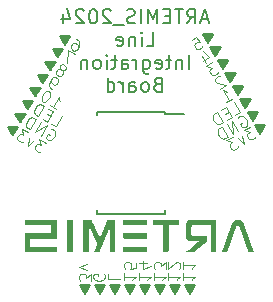
<source format=gbr>
%TF.GenerationSoftware,KiCad,Pcbnew,7.0.9*%
%TF.CreationDate,2024-01-11T17:27:39+09:00*%
%TF.ProjectId,LineIntegratedBoard,4c696e65-496e-4746-9567-726174656442,rev?*%
%TF.SameCoordinates,Original*%
%TF.FileFunction,Legend,Bot*%
%TF.FilePolarity,Positive*%
%FSLAX46Y46*%
G04 Gerber Fmt 4.6, Leading zero omitted, Abs format (unit mm)*
G04 Created by KiCad (PCBNEW 7.0.9) date 2024-01-11 17:27:39*
%MOMM*%
%LPD*%
G01*
G04 APERTURE LIST*
%ADD10C,0.200000*%
%ADD11C,0.125000*%
%ADD12C,0.150000*%
G04 APERTURE END LIST*
D10*
X142859357Y-86038852D02*
X142478404Y-86698681D01*
X142794308Y-86056282D02*
X142460974Y-86633632D01*
X142753069Y-86032472D02*
X142419735Y-86609822D01*
X142688020Y-86049902D02*
X142402305Y-86544773D01*
X142646780Y-86026092D02*
X142361066Y-86520964D01*
X142581732Y-86043522D02*
X142343636Y-86455915D01*
X142540492Y-86019713D02*
X142302397Y-86432106D01*
X142475443Y-86037142D02*
X142284967Y-86367057D01*
X142410395Y-86054572D02*
X142267537Y-86302008D01*
X142369155Y-86030763D02*
X142226298Y-86278198D01*
X142304106Y-86048192D02*
X142208868Y-86213150D01*
X142262867Y-86024383D02*
X142167629Y-86189340D01*
X142174009Y-86083052D02*
X142132769Y-86059242D01*
X142197818Y-86041813D02*
X142150199Y-86124291D01*
X142900596Y-86062661D02*
X142091530Y-86035433D01*
X142091530Y-86035433D02*
X142519644Y-86722490D01*
X142050291Y-86011623D02*
X142495834Y-86763730D01*
X142495834Y-86763730D02*
X142924405Y-86021422D01*
X142924405Y-86021422D02*
X142050291Y-86011623D01*
X162809928Y-87641737D02*
X162428976Y-86981908D01*
X162827358Y-87576688D02*
X162494025Y-86999338D01*
X162868597Y-87552879D02*
X162535264Y-86975528D01*
X162886027Y-87487830D02*
X162600313Y-86992958D01*
X162927266Y-87464020D02*
X162641552Y-86969149D01*
X162944696Y-87398971D02*
X162706601Y-86986578D01*
X162985935Y-87375162D02*
X162747840Y-86962769D01*
X163003365Y-87310113D02*
X162812889Y-86980199D01*
X163020795Y-87245064D02*
X162877938Y-86997628D01*
X163062034Y-87221255D02*
X162919177Y-86973819D01*
X163079464Y-87156206D02*
X162984226Y-86991249D01*
X163120703Y-87132396D02*
X163025465Y-86967439D01*
X163114324Y-87026108D02*
X163155563Y-87002299D01*
X163138133Y-87067347D02*
X163090514Y-86984869D01*
X162768689Y-87665546D02*
X163196802Y-86978489D01*
X163196802Y-86978489D02*
X162387736Y-87005718D01*
X163238041Y-86954680D02*
X162363927Y-86964478D01*
X162363927Y-86964478D02*
X162792498Y-87706786D01*
X162792498Y-87706786D02*
X163238041Y-86954680D01*
D11*
X152528880Y-99536659D02*
X152528880Y-100108087D01*
X152528880Y-99822373D02*
X153528880Y-99822373D01*
X153528880Y-99822373D02*
X153386023Y-99917611D01*
X153386023Y-99917611D02*
X153290785Y-100012849D01*
X153290785Y-100012849D02*
X153243166Y-100108087D01*
X153195547Y-98679516D02*
X152528880Y-98679516D01*
X153576500Y-98917611D02*
X152862214Y-99155706D01*
X152862214Y-99155706D02*
X152862214Y-98536659D01*
D10*
X151352914Y-100544092D02*
X152114819Y-100544092D01*
X151400533Y-100591711D02*
X152067200Y-100591711D01*
X151400533Y-100639330D02*
X152067200Y-100639330D01*
X151448152Y-100686949D02*
X152019580Y-100686949D01*
X151448152Y-100734568D02*
X152019580Y-100734568D01*
X151495771Y-100782187D02*
X151971961Y-100782187D01*
X151495771Y-100829806D02*
X151971961Y-100829806D01*
X151543390Y-100877425D02*
X151924342Y-100877425D01*
X151591009Y-100925044D02*
X151876723Y-100925044D01*
X151591009Y-100972663D02*
X151876723Y-100972663D01*
X151638628Y-101020282D02*
X151829104Y-101020282D01*
X151638628Y-101067901D02*
X151829104Y-101067901D01*
X151733866Y-101115520D02*
X151733866Y-101163139D01*
X151686247Y-101115520D02*
X151781485Y-101115520D01*
X151352914Y-100496473D02*
X151733866Y-101210758D01*
X151733866Y-101210758D02*
X152114819Y-100496473D01*
X151733866Y-101258378D02*
X152162438Y-100496473D01*
X152162438Y-100496473D02*
X151305295Y-100496473D01*
X151305295Y-100496473D02*
X151733866Y-101258378D01*
D11*
X159419402Y-82857995D02*
X159354354Y-82840565D01*
X159354354Y-82840565D02*
X159248065Y-82846945D01*
X159248065Y-82846945D02*
X159041869Y-82965992D01*
X159041869Y-82965992D02*
X158983200Y-83054851D01*
X158983200Y-83054851D02*
X158965770Y-83119899D01*
X158965770Y-83119899D02*
X158972150Y-83226188D01*
X158972150Y-83226188D02*
X159019769Y-83308666D01*
X159019769Y-83308666D02*
X159132437Y-83408575D01*
X159132437Y-83408575D02*
X159913023Y-83617732D01*
X159913023Y-83617732D02*
X159376912Y-83927256D01*
X156288080Y-99536659D02*
X156288080Y-100108087D01*
X156288080Y-99822373D02*
X157288080Y-99822373D01*
X157288080Y-99822373D02*
X157145223Y-99917611D01*
X157145223Y-99917611D02*
X157049985Y-100012849D01*
X157049985Y-100012849D02*
X157002366Y-100108087D01*
X156288080Y-98584278D02*
X156288080Y-99155706D01*
X156288080Y-98869992D02*
X157288080Y-98869992D01*
X157288080Y-98869992D02*
X157145223Y-98965230D01*
X157145223Y-98965230D02*
X157049985Y-99060468D01*
X157049985Y-99060468D02*
X157002366Y-99155706D01*
D10*
X158390328Y-79986765D02*
X158009376Y-79326936D01*
X158407758Y-79921716D02*
X158074425Y-79344366D01*
X158448997Y-79897907D02*
X158115664Y-79320556D01*
X158466427Y-79832858D02*
X158180713Y-79337986D01*
X158507666Y-79809048D02*
X158221952Y-79314177D01*
X158525096Y-79743999D02*
X158287001Y-79331606D01*
X158566335Y-79720190D02*
X158328240Y-79307797D01*
X158583765Y-79655141D02*
X158393289Y-79325227D01*
X158601195Y-79590092D02*
X158458338Y-79342656D01*
X158642434Y-79566283D02*
X158499577Y-79318847D01*
X158659864Y-79501234D02*
X158564626Y-79336277D01*
X158701103Y-79477424D02*
X158605865Y-79312467D01*
X158694724Y-79371136D02*
X158735963Y-79347327D01*
X158718533Y-79412375D02*
X158670914Y-79329897D01*
X158349089Y-80010574D02*
X158777202Y-79323517D01*
X158777202Y-79323517D02*
X157968136Y-79350746D01*
X158818441Y-79299708D02*
X157944327Y-79309506D01*
X157944327Y-79309506D02*
X158372898Y-80051814D01*
X158372898Y-80051814D02*
X158818441Y-79299708D01*
X161565328Y-85486027D02*
X161184376Y-84826198D01*
X161582758Y-85420978D02*
X161249425Y-84843628D01*
X161623997Y-85397169D02*
X161290664Y-84819818D01*
X161641427Y-85332120D02*
X161355713Y-84837248D01*
X161682666Y-85308310D02*
X161396952Y-84813439D01*
X161700096Y-85243261D02*
X161462001Y-84830868D01*
X161741335Y-85219452D02*
X161503240Y-84807059D01*
X161758765Y-85154403D02*
X161568289Y-84824489D01*
X161776195Y-85089354D02*
X161633338Y-84841918D01*
X161817434Y-85065545D02*
X161674577Y-84818109D01*
X161834864Y-85000496D02*
X161739626Y-84835539D01*
X161876103Y-84976686D02*
X161780865Y-84811729D01*
X161869724Y-84870398D02*
X161910963Y-84846589D01*
X161893533Y-84911637D02*
X161845914Y-84829159D01*
X161524089Y-85509836D02*
X161952202Y-84822779D01*
X161952202Y-84822779D02*
X161143136Y-84850008D01*
X161993441Y-84798970D02*
X161119327Y-84808768D01*
X161119327Y-84808768D02*
X161547898Y-85551076D01*
X161547898Y-85551076D02*
X161993441Y-84798970D01*
X150082914Y-100544092D02*
X150844819Y-100544092D01*
X150130533Y-100591711D02*
X150797200Y-100591711D01*
X150130533Y-100639330D02*
X150797200Y-100639330D01*
X150178152Y-100686949D02*
X150749580Y-100686949D01*
X150178152Y-100734568D02*
X150749580Y-100734568D01*
X150225771Y-100782187D02*
X150701961Y-100782187D01*
X150225771Y-100829806D02*
X150701961Y-100829806D01*
X150273390Y-100877425D02*
X150654342Y-100877425D01*
X150321009Y-100925044D02*
X150606723Y-100925044D01*
X150321009Y-100972663D02*
X150606723Y-100972663D01*
X150368628Y-101020282D02*
X150559104Y-101020282D01*
X150368628Y-101067901D02*
X150559104Y-101067901D01*
X150463866Y-101115520D02*
X150463866Y-101163139D01*
X150416247Y-101115520D02*
X150511485Y-101115520D01*
X150082914Y-100496473D02*
X150463866Y-101210758D01*
X150463866Y-101210758D02*
X150844819Y-100496473D01*
X150463866Y-101258378D02*
X150892438Y-100496473D01*
X150892438Y-100496473D02*
X150035295Y-100496473D01*
X150035295Y-100496473D02*
X150463866Y-101258378D01*
X159660328Y-82186470D02*
X159279376Y-81526641D01*
X159677758Y-82121421D02*
X159344425Y-81544071D01*
X159718997Y-82097612D02*
X159385664Y-81520261D01*
X159736427Y-82032563D02*
X159450713Y-81537691D01*
X159777666Y-82008753D02*
X159491952Y-81513882D01*
X159795096Y-81943704D02*
X159557001Y-81531311D01*
X159836335Y-81919895D02*
X159598240Y-81507502D01*
X159853765Y-81854846D02*
X159663289Y-81524932D01*
X159871195Y-81789797D02*
X159728338Y-81542361D01*
X159912434Y-81765988D02*
X159769577Y-81518552D01*
X159929864Y-81700939D02*
X159834626Y-81535982D01*
X159971103Y-81677129D02*
X159875865Y-81512172D01*
X159964724Y-81570841D02*
X160005963Y-81547032D01*
X159988533Y-81612080D02*
X159940914Y-81529602D01*
X159619089Y-82210279D02*
X160047202Y-81523222D01*
X160047202Y-81523222D02*
X159238136Y-81550451D01*
X160088441Y-81499413D02*
X159214327Y-81509211D01*
X159214327Y-81509211D02*
X159642898Y-82251519D01*
X159642898Y-82251519D02*
X160088441Y-81499413D01*
X146643957Y-79483733D02*
X146263004Y-80143562D01*
X146578908Y-79501163D02*
X146245574Y-80078513D01*
X146537669Y-79477353D02*
X146204335Y-80054703D01*
X146472620Y-79494783D02*
X146186905Y-79989654D01*
X146431380Y-79470973D02*
X146145666Y-79965845D01*
X146366332Y-79488403D02*
X146128236Y-79900796D01*
X146325092Y-79464594D02*
X146086997Y-79876987D01*
X146260043Y-79482023D02*
X146069567Y-79811938D01*
X146194995Y-79499453D02*
X146052137Y-79746889D01*
X146153755Y-79475644D02*
X146010898Y-79723079D01*
X146088706Y-79493073D02*
X145993468Y-79658031D01*
X146047467Y-79469264D02*
X145952229Y-79634221D01*
X145958609Y-79527933D02*
X145917369Y-79504123D01*
X145982418Y-79486694D02*
X145934799Y-79569172D01*
X146685196Y-79507542D02*
X145876130Y-79480314D01*
X145876130Y-79480314D02*
X146304244Y-80167371D01*
X145834891Y-79456504D02*
X146280434Y-80208611D01*
X146280434Y-80208611D02*
X146709005Y-79466303D01*
X146709005Y-79466303D02*
X145834891Y-79456504D01*
D11*
X144641504Y-88470213D02*
X144105393Y-88160690D01*
X144105393Y-88160690D02*
X144203592Y-88657271D01*
X144203592Y-88657271D02*
X144079874Y-88585842D01*
X144079874Y-88585842D02*
X143973586Y-88579462D01*
X143973586Y-88579462D02*
X143908537Y-88596892D01*
X143908537Y-88596892D02*
X143819678Y-88655561D01*
X143819678Y-88655561D02*
X143700631Y-88861758D01*
X143700631Y-88861758D02*
X143694251Y-88968046D01*
X143694251Y-88968046D02*
X143711681Y-89033095D01*
X143711681Y-89033095D02*
X143770350Y-89121953D01*
X143770350Y-89121953D02*
X144017786Y-89264810D01*
X144017786Y-89264810D02*
X144124074Y-89271190D01*
X144124074Y-89271190D02*
X144189123Y-89253760D01*
X143650051Y-88282698D02*
X143110521Y-88741001D01*
X143110521Y-88741001D02*
X143237658Y-88044603D01*
X143156888Y-87613070D02*
X142620777Y-87303547D01*
X142620777Y-87303547D02*
X142718976Y-87800128D01*
X142718976Y-87800128D02*
X142595258Y-87728699D01*
X142595258Y-87728699D02*
X142488970Y-87722319D01*
X142488970Y-87722319D02*
X142423921Y-87739749D01*
X142423921Y-87739749D02*
X142335063Y-87798418D01*
X142335063Y-87798418D02*
X142216016Y-88004615D01*
X142216016Y-88004615D02*
X142209636Y-88110903D01*
X142209636Y-88110903D02*
X142227066Y-88175952D01*
X142227066Y-88175952D02*
X142285735Y-88264810D01*
X142285735Y-88264810D02*
X142533170Y-88407667D01*
X142533170Y-88407667D02*
X142639459Y-88414047D01*
X142639459Y-88414047D02*
X142704507Y-88396617D01*
X151258880Y-99536659D02*
X151258880Y-100108087D01*
X151258880Y-99822373D02*
X152258880Y-99822373D01*
X152258880Y-99822373D02*
X152116023Y-99917611D01*
X152116023Y-99917611D02*
X152020785Y-100012849D01*
X152020785Y-100012849D02*
X151973166Y-100108087D01*
X152258880Y-98631897D02*
X152258880Y-99108087D01*
X152258880Y-99108087D02*
X151782690Y-99155706D01*
X151782690Y-99155706D02*
X151830309Y-99108087D01*
X151830309Y-99108087D02*
X151877928Y-99012849D01*
X151877928Y-99012849D02*
X151877928Y-98774754D01*
X151877928Y-98774754D02*
X151830309Y-98679516D01*
X151830309Y-98679516D02*
X151782690Y-98631897D01*
X151782690Y-98631897D02*
X151687452Y-98584278D01*
X151687452Y-98584278D02*
X151449357Y-98584278D01*
X151449357Y-98584278D02*
X151354119Y-98631897D01*
X151354119Y-98631897D02*
X151306500Y-98679516D01*
X151306500Y-98679516D02*
X151258880Y-98774754D01*
X151258880Y-98774754D02*
X151258880Y-99012849D01*
X151258880Y-99012849D02*
X151306500Y-99108087D01*
X151306500Y-99108087D02*
X151354119Y-99155706D01*
X145069032Y-86866124D02*
X145481425Y-87104220D01*
X145481425Y-87104220D02*
X145981425Y-86238194D01*
X145042261Y-86245825D02*
X144753586Y-86079159D01*
X144367964Y-86461362D02*
X144780357Y-86699458D01*
X144780357Y-86699458D02*
X145280357Y-85833432D01*
X145280357Y-85833432D02*
X144867964Y-85595337D01*
X143996810Y-86247077D02*
X144496810Y-85381051D01*
X144496810Y-85381051D02*
X144290613Y-85262004D01*
X144290613Y-85262004D02*
X144143086Y-85231814D01*
X144143086Y-85231814D02*
X144012988Y-85266674D01*
X144012988Y-85266674D02*
X143924130Y-85325343D01*
X143924130Y-85325343D02*
X143787652Y-85466491D01*
X143787652Y-85466491D02*
X143716224Y-85590209D01*
X143716224Y-85590209D02*
X143662225Y-85778975D01*
X143662225Y-85778975D02*
X143655845Y-85885264D01*
X143655845Y-85885264D02*
X143690705Y-86015361D01*
X143690705Y-86015361D02*
X143790613Y-86128029D01*
X143790613Y-86128029D02*
X143996810Y-86247077D01*
D10*
X143494357Y-84939000D02*
X143113404Y-85598829D01*
X143429308Y-84956430D02*
X143095974Y-85533780D01*
X143388069Y-84932620D02*
X143054735Y-85509970D01*
X143323020Y-84950050D02*
X143037305Y-85444921D01*
X143281780Y-84926240D02*
X142996066Y-85421112D01*
X143216732Y-84943670D02*
X142978636Y-85356063D01*
X143175492Y-84919861D02*
X142937397Y-85332254D01*
X143110443Y-84937290D02*
X142919967Y-85267205D01*
X143045395Y-84954720D02*
X142902537Y-85202156D01*
X143004155Y-84930911D02*
X142861298Y-85178346D01*
X142939106Y-84948340D02*
X142843868Y-85113298D01*
X142897867Y-84924531D02*
X142802629Y-85089488D01*
X142809009Y-84983200D02*
X142767769Y-84959390D01*
X142832818Y-84941961D02*
X142785199Y-85024439D01*
X143535596Y-84962809D02*
X142726530Y-84935581D01*
X142726530Y-84935581D02*
X143154644Y-85622638D01*
X142685291Y-84911771D02*
X143130834Y-85663878D01*
X143130834Y-85663878D02*
X143559405Y-84921570D01*
X143559405Y-84921570D02*
X142685291Y-84911771D01*
D11*
X149938080Y-99584278D02*
X149938080Y-100060468D01*
X149938080Y-100060468D02*
X150938080Y-100060468D01*
X157906857Y-81168686D02*
X158240190Y-81746037D01*
X157922577Y-80719724D02*
X158485917Y-81219266D01*
X158485917Y-81219266D02*
X157949806Y-81528790D01*
D10*
X158368228Y-78031885D02*
X157796800Y-78031885D01*
X158482514Y-78374742D02*
X158082514Y-77174742D01*
X158082514Y-77174742D02*
X157682514Y-78374742D01*
X156596800Y-78374742D02*
X156996800Y-77803314D01*
X157282514Y-78374742D02*
X157282514Y-77174742D01*
X157282514Y-77174742D02*
X156825371Y-77174742D01*
X156825371Y-77174742D02*
X156711086Y-77231885D01*
X156711086Y-77231885D02*
X156653943Y-77289028D01*
X156653943Y-77289028D02*
X156596800Y-77403314D01*
X156596800Y-77403314D02*
X156596800Y-77574742D01*
X156596800Y-77574742D02*
X156653943Y-77689028D01*
X156653943Y-77689028D02*
X156711086Y-77746171D01*
X156711086Y-77746171D02*
X156825371Y-77803314D01*
X156825371Y-77803314D02*
X157282514Y-77803314D01*
X156253943Y-77174742D02*
X155568229Y-77174742D01*
X155911086Y-78374742D02*
X155911086Y-77174742D01*
X155168228Y-77746171D02*
X154768228Y-77746171D01*
X154596800Y-78374742D02*
X155168228Y-78374742D01*
X155168228Y-78374742D02*
X155168228Y-77174742D01*
X155168228Y-77174742D02*
X154596800Y-77174742D01*
X154082514Y-78374742D02*
X154082514Y-77174742D01*
X154082514Y-77174742D02*
X153682514Y-78031885D01*
X153682514Y-78031885D02*
X153282514Y-77174742D01*
X153282514Y-77174742D02*
X153282514Y-78374742D01*
X152711085Y-78374742D02*
X152711085Y-77174742D01*
X152196799Y-78317600D02*
X152025371Y-78374742D01*
X152025371Y-78374742D02*
X151739656Y-78374742D01*
X151739656Y-78374742D02*
X151625371Y-78317600D01*
X151625371Y-78317600D02*
X151568228Y-78260457D01*
X151568228Y-78260457D02*
X151511085Y-78146171D01*
X151511085Y-78146171D02*
X151511085Y-78031885D01*
X151511085Y-78031885D02*
X151568228Y-77917600D01*
X151568228Y-77917600D02*
X151625371Y-77860457D01*
X151625371Y-77860457D02*
X151739656Y-77803314D01*
X151739656Y-77803314D02*
X151968228Y-77746171D01*
X151968228Y-77746171D02*
X152082513Y-77689028D01*
X152082513Y-77689028D02*
X152139656Y-77631885D01*
X152139656Y-77631885D02*
X152196799Y-77517600D01*
X152196799Y-77517600D02*
X152196799Y-77403314D01*
X152196799Y-77403314D02*
X152139656Y-77289028D01*
X152139656Y-77289028D02*
X152082513Y-77231885D01*
X152082513Y-77231885D02*
X151968228Y-77174742D01*
X151968228Y-77174742D02*
X151682513Y-77174742D01*
X151682513Y-77174742D02*
X151511085Y-77231885D01*
X151282514Y-78489028D02*
X150368228Y-78489028D01*
X150139656Y-77289028D02*
X150082513Y-77231885D01*
X150082513Y-77231885D02*
X149968228Y-77174742D01*
X149968228Y-77174742D02*
X149682513Y-77174742D01*
X149682513Y-77174742D02*
X149568228Y-77231885D01*
X149568228Y-77231885D02*
X149511085Y-77289028D01*
X149511085Y-77289028D02*
X149453942Y-77403314D01*
X149453942Y-77403314D02*
X149453942Y-77517600D01*
X149453942Y-77517600D02*
X149511085Y-77689028D01*
X149511085Y-77689028D02*
X150196799Y-78374742D01*
X150196799Y-78374742D02*
X149453942Y-78374742D01*
X148711085Y-77174742D02*
X148596799Y-77174742D01*
X148596799Y-77174742D02*
X148482513Y-77231885D01*
X148482513Y-77231885D02*
X148425371Y-77289028D01*
X148425371Y-77289028D02*
X148368228Y-77403314D01*
X148368228Y-77403314D02*
X148311085Y-77631885D01*
X148311085Y-77631885D02*
X148311085Y-77917600D01*
X148311085Y-77917600D02*
X148368228Y-78146171D01*
X148368228Y-78146171D02*
X148425371Y-78260457D01*
X148425371Y-78260457D02*
X148482513Y-78317600D01*
X148482513Y-78317600D02*
X148596799Y-78374742D01*
X148596799Y-78374742D02*
X148711085Y-78374742D01*
X148711085Y-78374742D02*
X148825371Y-78317600D01*
X148825371Y-78317600D02*
X148882513Y-78260457D01*
X148882513Y-78260457D02*
X148939656Y-78146171D01*
X148939656Y-78146171D02*
X148996799Y-77917600D01*
X148996799Y-77917600D02*
X148996799Y-77631885D01*
X148996799Y-77631885D02*
X148939656Y-77403314D01*
X148939656Y-77403314D02*
X148882513Y-77289028D01*
X148882513Y-77289028D02*
X148825371Y-77231885D01*
X148825371Y-77231885D02*
X148711085Y-77174742D01*
X147853942Y-77289028D02*
X147796799Y-77231885D01*
X147796799Y-77231885D02*
X147682514Y-77174742D01*
X147682514Y-77174742D02*
X147396799Y-77174742D01*
X147396799Y-77174742D02*
X147282514Y-77231885D01*
X147282514Y-77231885D02*
X147225371Y-77289028D01*
X147225371Y-77289028D02*
X147168228Y-77403314D01*
X147168228Y-77403314D02*
X147168228Y-77517600D01*
X147168228Y-77517600D02*
X147225371Y-77689028D01*
X147225371Y-77689028D02*
X147911085Y-78374742D01*
X147911085Y-78374742D02*
X147168228Y-78374742D01*
X146139657Y-77574742D02*
X146139657Y-78374742D01*
X146425371Y-77117600D02*
X146711085Y-77974742D01*
X146711085Y-77974742D02*
X145968228Y-77974742D01*
X153168228Y-80306742D02*
X153739656Y-80306742D01*
X153739656Y-80306742D02*
X153739656Y-79106742D01*
X152768227Y-80306742D02*
X152768227Y-79506742D01*
X152768227Y-79106742D02*
X152825370Y-79163885D01*
X152825370Y-79163885D02*
X152768227Y-79221028D01*
X152768227Y-79221028D02*
X152711084Y-79163885D01*
X152711084Y-79163885D02*
X152768227Y-79106742D01*
X152768227Y-79106742D02*
X152768227Y-79221028D01*
X152196798Y-79506742D02*
X152196798Y-80306742D01*
X152196798Y-79621028D02*
X152139655Y-79563885D01*
X152139655Y-79563885D02*
X152025370Y-79506742D01*
X152025370Y-79506742D02*
X151853941Y-79506742D01*
X151853941Y-79506742D02*
X151739655Y-79563885D01*
X151739655Y-79563885D02*
X151682513Y-79678171D01*
X151682513Y-79678171D02*
X151682513Y-80306742D01*
X150653941Y-80249600D02*
X150768227Y-80306742D01*
X150768227Y-80306742D02*
X150996799Y-80306742D01*
X150996799Y-80306742D02*
X151111084Y-80249600D01*
X151111084Y-80249600D02*
X151168227Y-80135314D01*
X151168227Y-80135314D02*
X151168227Y-79678171D01*
X151168227Y-79678171D02*
X151111084Y-79563885D01*
X151111084Y-79563885D02*
X150996799Y-79506742D01*
X150996799Y-79506742D02*
X150768227Y-79506742D01*
X150768227Y-79506742D02*
X150653941Y-79563885D01*
X150653941Y-79563885D02*
X150596799Y-79678171D01*
X150596799Y-79678171D02*
X150596799Y-79792457D01*
X150596799Y-79792457D02*
X151168227Y-79906742D01*
X156768227Y-82238742D02*
X156768227Y-81038742D01*
X156196798Y-81438742D02*
X156196798Y-82238742D01*
X156196798Y-81553028D02*
X156139655Y-81495885D01*
X156139655Y-81495885D02*
X156025370Y-81438742D01*
X156025370Y-81438742D02*
X155853941Y-81438742D01*
X155853941Y-81438742D02*
X155739655Y-81495885D01*
X155739655Y-81495885D02*
X155682513Y-81610171D01*
X155682513Y-81610171D02*
X155682513Y-82238742D01*
X155282513Y-81438742D02*
X154825370Y-81438742D01*
X155111084Y-81038742D02*
X155111084Y-82067314D01*
X155111084Y-82067314D02*
X155053941Y-82181600D01*
X155053941Y-82181600D02*
X154939656Y-82238742D01*
X154939656Y-82238742D02*
X154825370Y-82238742D01*
X153968227Y-82181600D02*
X154082513Y-82238742D01*
X154082513Y-82238742D02*
X154311085Y-82238742D01*
X154311085Y-82238742D02*
X154425370Y-82181600D01*
X154425370Y-82181600D02*
X154482513Y-82067314D01*
X154482513Y-82067314D02*
X154482513Y-81610171D01*
X154482513Y-81610171D02*
X154425370Y-81495885D01*
X154425370Y-81495885D02*
X154311085Y-81438742D01*
X154311085Y-81438742D02*
X154082513Y-81438742D01*
X154082513Y-81438742D02*
X153968227Y-81495885D01*
X153968227Y-81495885D02*
X153911085Y-81610171D01*
X153911085Y-81610171D02*
X153911085Y-81724457D01*
X153911085Y-81724457D02*
X154482513Y-81838742D01*
X152882514Y-81438742D02*
X152882514Y-82410171D01*
X152882514Y-82410171D02*
X152939656Y-82524457D01*
X152939656Y-82524457D02*
X152996799Y-82581600D01*
X152996799Y-82581600D02*
X153111085Y-82638742D01*
X153111085Y-82638742D02*
X153282514Y-82638742D01*
X153282514Y-82638742D02*
X153396799Y-82581600D01*
X152882514Y-82181600D02*
X152996799Y-82238742D01*
X152996799Y-82238742D02*
X153225371Y-82238742D01*
X153225371Y-82238742D02*
X153339656Y-82181600D01*
X153339656Y-82181600D02*
X153396799Y-82124457D01*
X153396799Y-82124457D02*
X153453942Y-82010171D01*
X153453942Y-82010171D02*
X153453942Y-81667314D01*
X153453942Y-81667314D02*
X153396799Y-81553028D01*
X153396799Y-81553028D02*
X153339656Y-81495885D01*
X153339656Y-81495885D02*
X153225371Y-81438742D01*
X153225371Y-81438742D02*
X152996799Y-81438742D01*
X152996799Y-81438742D02*
X152882514Y-81495885D01*
X152311085Y-82238742D02*
X152311085Y-81438742D01*
X152311085Y-81667314D02*
X152253942Y-81553028D01*
X152253942Y-81553028D02*
X152196800Y-81495885D01*
X152196800Y-81495885D02*
X152082514Y-81438742D01*
X152082514Y-81438742D02*
X151968228Y-81438742D01*
X151053943Y-82238742D02*
X151053943Y-81610171D01*
X151053943Y-81610171D02*
X151111085Y-81495885D01*
X151111085Y-81495885D02*
X151225371Y-81438742D01*
X151225371Y-81438742D02*
X151453943Y-81438742D01*
X151453943Y-81438742D02*
X151568228Y-81495885D01*
X151053943Y-82181600D02*
X151168228Y-82238742D01*
X151168228Y-82238742D02*
X151453943Y-82238742D01*
X151453943Y-82238742D02*
X151568228Y-82181600D01*
X151568228Y-82181600D02*
X151625371Y-82067314D01*
X151625371Y-82067314D02*
X151625371Y-81953028D01*
X151625371Y-81953028D02*
X151568228Y-81838742D01*
X151568228Y-81838742D02*
X151453943Y-81781600D01*
X151453943Y-81781600D02*
X151168228Y-81781600D01*
X151168228Y-81781600D02*
X151053943Y-81724457D01*
X150653943Y-81438742D02*
X150196800Y-81438742D01*
X150482514Y-81038742D02*
X150482514Y-82067314D01*
X150482514Y-82067314D02*
X150425371Y-82181600D01*
X150425371Y-82181600D02*
X150311086Y-82238742D01*
X150311086Y-82238742D02*
X150196800Y-82238742D01*
X149796800Y-82238742D02*
X149796800Y-81438742D01*
X149796800Y-81038742D02*
X149853943Y-81095885D01*
X149853943Y-81095885D02*
X149796800Y-81153028D01*
X149796800Y-81153028D02*
X149739657Y-81095885D01*
X149739657Y-81095885D02*
X149796800Y-81038742D01*
X149796800Y-81038742D02*
X149796800Y-81153028D01*
X149053943Y-82238742D02*
X149168228Y-82181600D01*
X149168228Y-82181600D02*
X149225371Y-82124457D01*
X149225371Y-82124457D02*
X149282514Y-82010171D01*
X149282514Y-82010171D02*
X149282514Y-81667314D01*
X149282514Y-81667314D02*
X149225371Y-81553028D01*
X149225371Y-81553028D02*
X149168228Y-81495885D01*
X149168228Y-81495885D02*
X149053943Y-81438742D01*
X149053943Y-81438742D02*
X148882514Y-81438742D01*
X148882514Y-81438742D02*
X148768228Y-81495885D01*
X148768228Y-81495885D02*
X148711086Y-81553028D01*
X148711086Y-81553028D02*
X148653943Y-81667314D01*
X148653943Y-81667314D02*
X148653943Y-82010171D01*
X148653943Y-82010171D02*
X148711086Y-82124457D01*
X148711086Y-82124457D02*
X148768228Y-82181600D01*
X148768228Y-82181600D02*
X148882514Y-82238742D01*
X148882514Y-82238742D02*
X149053943Y-82238742D01*
X148139657Y-81438742D02*
X148139657Y-82238742D01*
X148139657Y-81553028D02*
X148082514Y-81495885D01*
X148082514Y-81495885D02*
X147968229Y-81438742D01*
X147968229Y-81438742D02*
X147796800Y-81438742D01*
X147796800Y-81438742D02*
X147682514Y-81495885D01*
X147682514Y-81495885D02*
X147625372Y-81610171D01*
X147625372Y-81610171D02*
X147625372Y-82238742D01*
X154111084Y-83542171D02*
X153939656Y-83599314D01*
X153939656Y-83599314D02*
X153882513Y-83656457D01*
X153882513Y-83656457D02*
X153825370Y-83770742D01*
X153825370Y-83770742D02*
X153825370Y-83942171D01*
X153825370Y-83942171D02*
X153882513Y-84056457D01*
X153882513Y-84056457D02*
X153939656Y-84113600D01*
X153939656Y-84113600D02*
X154053941Y-84170742D01*
X154053941Y-84170742D02*
X154511084Y-84170742D01*
X154511084Y-84170742D02*
X154511084Y-82970742D01*
X154511084Y-82970742D02*
X154111084Y-82970742D01*
X154111084Y-82970742D02*
X153996799Y-83027885D01*
X153996799Y-83027885D02*
X153939656Y-83085028D01*
X153939656Y-83085028D02*
X153882513Y-83199314D01*
X153882513Y-83199314D02*
X153882513Y-83313600D01*
X153882513Y-83313600D02*
X153939656Y-83427885D01*
X153939656Y-83427885D02*
X153996799Y-83485028D01*
X153996799Y-83485028D02*
X154111084Y-83542171D01*
X154111084Y-83542171D02*
X154511084Y-83542171D01*
X153139656Y-84170742D02*
X153253941Y-84113600D01*
X153253941Y-84113600D02*
X153311084Y-84056457D01*
X153311084Y-84056457D02*
X153368227Y-83942171D01*
X153368227Y-83942171D02*
X153368227Y-83599314D01*
X153368227Y-83599314D02*
X153311084Y-83485028D01*
X153311084Y-83485028D02*
X153253941Y-83427885D01*
X153253941Y-83427885D02*
X153139656Y-83370742D01*
X153139656Y-83370742D02*
X152968227Y-83370742D01*
X152968227Y-83370742D02*
X152853941Y-83427885D01*
X152853941Y-83427885D02*
X152796799Y-83485028D01*
X152796799Y-83485028D02*
X152739656Y-83599314D01*
X152739656Y-83599314D02*
X152739656Y-83942171D01*
X152739656Y-83942171D02*
X152796799Y-84056457D01*
X152796799Y-84056457D02*
X152853941Y-84113600D01*
X152853941Y-84113600D02*
X152968227Y-84170742D01*
X152968227Y-84170742D02*
X153139656Y-84170742D01*
X151711085Y-84170742D02*
X151711085Y-83542171D01*
X151711085Y-83542171D02*
X151768227Y-83427885D01*
X151768227Y-83427885D02*
X151882513Y-83370742D01*
X151882513Y-83370742D02*
X152111085Y-83370742D01*
X152111085Y-83370742D02*
X152225370Y-83427885D01*
X151711085Y-84113600D02*
X151825370Y-84170742D01*
X151825370Y-84170742D02*
X152111085Y-84170742D01*
X152111085Y-84170742D02*
X152225370Y-84113600D01*
X152225370Y-84113600D02*
X152282513Y-83999314D01*
X152282513Y-83999314D02*
X152282513Y-83885028D01*
X152282513Y-83885028D02*
X152225370Y-83770742D01*
X152225370Y-83770742D02*
X152111085Y-83713600D01*
X152111085Y-83713600D02*
X151825370Y-83713600D01*
X151825370Y-83713600D02*
X151711085Y-83656457D01*
X151139656Y-84170742D02*
X151139656Y-83370742D01*
X151139656Y-83599314D02*
X151082513Y-83485028D01*
X151082513Y-83485028D02*
X151025371Y-83427885D01*
X151025371Y-83427885D02*
X150911085Y-83370742D01*
X150911085Y-83370742D02*
X150796799Y-83370742D01*
X149882514Y-84170742D02*
X149882514Y-82970742D01*
X149882514Y-84113600D02*
X149996799Y-84170742D01*
X149996799Y-84170742D02*
X150225371Y-84170742D01*
X150225371Y-84170742D02*
X150339656Y-84113600D01*
X150339656Y-84113600D02*
X150396799Y-84056457D01*
X150396799Y-84056457D02*
X150453942Y-83942171D01*
X150453942Y-83942171D02*
X150453942Y-83599314D01*
X150453942Y-83599314D02*
X150396799Y-83485028D01*
X150396799Y-83485028D02*
X150339656Y-83427885D01*
X150339656Y-83427885D02*
X150225371Y-83370742D01*
X150225371Y-83370742D02*
X149996799Y-83370742D01*
X149996799Y-83370742D02*
X149882514Y-83427885D01*
D11*
X147235871Y-79673909D02*
X147400828Y-79769147D01*
X147400828Y-79769147D02*
X147459498Y-79858005D01*
X147459498Y-79858005D02*
X147476927Y-79923054D01*
X147476927Y-79923054D02*
X147487977Y-80094391D01*
X147487977Y-80094391D02*
X147433979Y-80283158D01*
X147433979Y-80283158D02*
X147243502Y-80613072D01*
X147243502Y-80613072D02*
X147154644Y-80671741D01*
X147154644Y-80671741D02*
X147089595Y-80689171D01*
X147089595Y-80689171D02*
X146983307Y-80682791D01*
X146983307Y-80682791D02*
X146818350Y-80587553D01*
X146818350Y-80587553D02*
X146759681Y-80498695D01*
X146759681Y-80498695D02*
X146742251Y-80433646D01*
X146742251Y-80433646D02*
X146748631Y-80327358D01*
X146748631Y-80327358D02*
X146867678Y-80121161D01*
X146867678Y-80121161D02*
X146956537Y-80062492D01*
X146956537Y-80062492D02*
X147021586Y-80045062D01*
X147021586Y-80045062D02*
X147127874Y-80051442D01*
X147127874Y-80051442D02*
X147292831Y-80146680D01*
X147292831Y-80146680D02*
X147351500Y-80235539D01*
X147351500Y-80235539D02*
X147368930Y-80300587D01*
X147368930Y-80300587D02*
X147362550Y-80406875D01*
X159935712Y-85044856D02*
X160430583Y-84759141D01*
X160183148Y-84901999D02*
X159683148Y-84035973D01*
X159683148Y-84035973D02*
X159837055Y-84112072D01*
X159837055Y-84112072D02*
X159967152Y-84146932D01*
X159967152Y-84146932D02*
X160073440Y-84140552D01*
X146049821Y-82321519D02*
X146156109Y-82327899D01*
X146156109Y-82327899D02*
X146221158Y-82310469D01*
X146221158Y-82310469D02*
X146310017Y-82251800D01*
X146310017Y-82251800D02*
X146333826Y-82210561D01*
X146333826Y-82210561D02*
X146340206Y-82104273D01*
X146340206Y-82104273D02*
X146322776Y-82039224D01*
X146322776Y-82039224D02*
X146264107Y-81950366D01*
X146264107Y-81950366D02*
X146099150Y-81855128D01*
X146099150Y-81855128D02*
X145992862Y-81848748D01*
X145992862Y-81848748D02*
X145927813Y-81866178D01*
X145927813Y-81866178D02*
X145838955Y-81924847D01*
X145838955Y-81924847D02*
X145815145Y-81966086D01*
X145815145Y-81966086D02*
X145808765Y-82072374D01*
X145808765Y-82072374D02*
X145826195Y-82137423D01*
X145826195Y-82137423D02*
X145884864Y-82226281D01*
X145884864Y-82226281D02*
X146049821Y-82321519D01*
X146049821Y-82321519D02*
X146108490Y-82410378D01*
X146108490Y-82410378D02*
X146125920Y-82475427D01*
X146125920Y-82475427D02*
X146119540Y-82581715D01*
X146119540Y-82581715D02*
X146024302Y-82746672D01*
X146024302Y-82746672D02*
X145935444Y-82805341D01*
X145935444Y-82805341D02*
X145870395Y-82822771D01*
X145870395Y-82822771D02*
X145764107Y-82816391D01*
X145764107Y-82816391D02*
X145599150Y-82721153D01*
X145599150Y-82721153D02*
X145540481Y-82632295D01*
X145540481Y-82632295D02*
X145523051Y-82567246D01*
X145523051Y-82567246D02*
X145529431Y-82460958D01*
X145529431Y-82460958D02*
X145624669Y-82296001D01*
X145624669Y-82296001D02*
X145713527Y-82237331D01*
X145713527Y-82237331D02*
X145778576Y-82219902D01*
X145778576Y-82219902D02*
X145884864Y-82226281D01*
D10*
X160295328Y-83286322D02*
X159914376Y-82626493D01*
X160312758Y-83221273D02*
X159979425Y-82643923D01*
X160353997Y-83197464D02*
X160020664Y-82620113D01*
X160371427Y-83132415D02*
X160085713Y-82637543D01*
X160412666Y-83108605D02*
X160126952Y-82613734D01*
X160430096Y-83043556D02*
X160192001Y-82631163D01*
X160471335Y-83019747D02*
X160233240Y-82607354D01*
X160488765Y-82954698D02*
X160298289Y-82624784D01*
X160506195Y-82889649D02*
X160363338Y-82642213D01*
X160547434Y-82865840D02*
X160404577Y-82618404D01*
X160564864Y-82800791D02*
X160469626Y-82635834D01*
X160606103Y-82776981D02*
X160510865Y-82612024D01*
X160599724Y-82670693D02*
X160640963Y-82646884D01*
X160623533Y-82711932D02*
X160575914Y-82629454D01*
X160254089Y-83310131D02*
X160682202Y-82623074D01*
X160682202Y-82623074D02*
X159873136Y-82650303D01*
X160723441Y-82599265D02*
X159849327Y-82609063D01*
X159849327Y-82609063D02*
X160277898Y-83351371D01*
X160277898Y-83351371D02*
X160723441Y-82599265D01*
D11*
X145097583Y-87287529D02*
X145203871Y-87293909D01*
X145203871Y-87293909D02*
X145327589Y-87365337D01*
X145327589Y-87365337D02*
X145427498Y-87478005D01*
X145427498Y-87478005D02*
X145462357Y-87608103D01*
X145462357Y-87608103D02*
X145455977Y-87714391D01*
X145455977Y-87714391D02*
X145401979Y-87903158D01*
X145401979Y-87903158D02*
X145330550Y-88026875D01*
X145330550Y-88026875D02*
X145194073Y-88168023D01*
X145194073Y-88168023D02*
X145105214Y-88226692D01*
X145105214Y-88226692D02*
X144975117Y-88261552D01*
X144975117Y-88261552D02*
X144827589Y-88231363D01*
X144827589Y-88231363D02*
X144745111Y-88183744D01*
X144745111Y-88183744D02*
X144645202Y-88071076D01*
X144645202Y-88071076D02*
X144627772Y-88006027D01*
X144627772Y-88006027D02*
X144794439Y-87717352D01*
X144794439Y-87717352D02*
X144959396Y-87812590D01*
X144209000Y-87874220D02*
X144709000Y-87008194D01*
X144709000Y-87008194D02*
X143714128Y-87588505D01*
X143714128Y-87588505D02*
X144214128Y-86722480D01*
X143301735Y-87350410D02*
X143801735Y-86484385D01*
X143801735Y-86484385D02*
X143595538Y-86365337D01*
X143595538Y-86365337D02*
X143448011Y-86335148D01*
X143448011Y-86335148D02*
X143317913Y-86370007D01*
X143317913Y-86370007D02*
X143229055Y-86428677D01*
X143229055Y-86428677D02*
X143092578Y-86569824D01*
X143092578Y-86569824D02*
X143021149Y-86693542D01*
X143021149Y-86693542D02*
X142967150Y-86882309D01*
X142967150Y-86882309D02*
X142960770Y-86988597D01*
X142960770Y-86988597D02*
X142995630Y-87118695D01*
X142995630Y-87118695D02*
X143095538Y-87231363D01*
X143095538Y-87231363D02*
X143301735Y-87350410D01*
X160881921Y-86404470D02*
X160940590Y-86315611D01*
X160940590Y-86315611D02*
X161064308Y-86244183D01*
X161064308Y-86244183D02*
X161211836Y-86213993D01*
X161211836Y-86213993D02*
X161341933Y-86248853D01*
X161341933Y-86248853D02*
X161430792Y-86307522D01*
X161430792Y-86307522D02*
X161567269Y-86448670D01*
X161567269Y-86448670D02*
X161638698Y-86572388D01*
X161638698Y-86572388D02*
X161692696Y-86761154D01*
X161692696Y-86761154D02*
X161699076Y-86867443D01*
X161699076Y-86867443D02*
X161664217Y-86997540D01*
X161664217Y-86997540D02*
X161564308Y-87110208D01*
X161564308Y-87110208D02*
X161481830Y-87157827D01*
X161481830Y-87157827D02*
X161334302Y-87188016D01*
X161334302Y-87188016D02*
X161269253Y-87170587D01*
X161269253Y-87170587D02*
X161102587Y-86881911D01*
X161102587Y-86881911D02*
X161267544Y-86786673D01*
X160945719Y-87467351D02*
X160445719Y-86601326D01*
X160445719Y-86601326D02*
X160450847Y-87753065D01*
X160450847Y-87753065D02*
X159950847Y-86887040D01*
X160038454Y-87991160D02*
X159538454Y-87125135D01*
X159538454Y-87125135D02*
X159332257Y-87244183D01*
X159332257Y-87244183D02*
X159232349Y-87356851D01*
X159232349Y-87356851D02*
X159197489Y-87486948D01*
X159197489Y-87486948D02*
X159203869Y-87593236D01*
X159203869Y-87593236D02*
X159257868Y-87782003D01*
X159257868Y-87782003D02*
X159329297Y-87905721D01*
X159329297Y-87905721D02*
X159465774Y-88046869D01*
X159465774Y-88046869D02*
X159554632Y-88105538D01*
X159554632Y-88105538D02*
X159684730Y-88140397D01*
X159684730Y-88140397D02*
X159832257Y-88110208D01*
X159832257Y-88110208D02*
X160038454Y-87991160D01*
X155018080Y-99536659D02*
X155018080Y-100108087D01*
X155018080Y-99822373D02*
X156018080Y-99822373D01*
X156018080Y-99822373D02*
X155875223Y-99917611D01*
X155875223Y-99917611D02*
X155779985Y-100012849D01*
X155779985Y-100012849D02*
X155732366Y-100108087D01*
X155922842Y-99155706D02*
X155970461Y-99108087D01*
X155970461Y-99108087D02*
X156018080Y-99012849D01*
X156018080Y-99012849D02*
X156018080Y-98774754D01*
X156018080Y-98774754D02*
X155970461Y-98679516D01*
X155970461Y-98679516D02*
X155922842Y-98631897D01*
X155922842Y-98631897D02*
X155827604Y-98584278D01*
X155827604Y-98584278D02*
X155732366Y-98584278D01*
X155732366Y-98584278D02*
X155589509Y-98631897D01*
X155589509Y-98631897D02*
X155018080Y-99203325D01*
X155018080Y-99203325D02*
X155018080Y-98584278D01*
X161953023Y-87120506D02*
X161416912Y-87430030D01*
X161416912Y-87430030D02*
X161896063Y-87593278D01*
X161896063Y-87593278D02*
X161772345Y-87664707D01*
X161772345Y-87664707D02*
X161713676Y-87753565D01*
X161713676Y-87753565D02*
X161696246Y-87818614D01*
X161696246Y-87818614D02*
X161702626Y-87924902D01*
X161702626Y-87924902D02*
X161821674Y-88131098D01*
X161821674Y-88131098D02*
X161910532Y-88189768D01*
X161910532Y-88189768D02*
X161975581Y-88207197D01*
X161975581Y-88207197D02*
X162081869Y-88200818D01*
X162081869Y-88200818D02*
X162329305Y-88057960D01*
X162329305Y-88057960D02*
X162387974Y-87969102D01*
X162387974Y-87969102D02*
X162405404Y-87904053D01*
X161294903Y-87885372D02*
X161422040Y-88581770D01*
X161422040Y-88581770D02*
X160882510Y-88123467D01*
X160468407Y-87977649D02*
X159932296Y-88287173D01*
X159932296Y-88287173D02*
X160411448Y-88450421D01*
X160411448Y-88450421D02*
X160287730Y-88521850D01*
X160287730Y-88521850D02*
X160229061Y-88610708D01*
X160229061Y-88610708D02*
X160211631Y-88675757D01*
X160211631Y-88675757D02*
X160218011Y-88782045D01*
X160218011Y-88782045D02*
X160337058Y-88988241D01*
X160337058Y-88988241D02*
X160425917Y-89046911D01*
X160425917Y-89046911D02*
X160490966Y-89064340D01*
X160490966Y-89064340D02*
X160597254Y-89057961D01*
X160597254Y-89057961D02*
X160844690Y-88915103D01*
X160844690Y-88915103D02*
X160903359Y-88826245D01*
X160903359Y-88826245D02*
X160920788Y-88761196D01*
X144976993Y-85318315D02*
X145471864Y-85604029D01*
X145224428Y-85461172D02*
X145724428Y-84595147D01*
X145724428Y-84595147D02*
X145735479Y-84766484D01*
X145735479Y-84766484D02*
X145770338Y-84896581D01*
X145770338Y-84896581D02*
X145829007Y-84985440D01*
X144940882Y-84142766D02*
X144858403Y-84095147D01*
X144858403Y-84095147D02*
X144752115Y-84088767D01*
X144752115Y-84088767D02*
X144687066Y-84106197D01*
X144687066Y-84106197D02*
X144598208Y-84164866D01*
X144598208Y-84164866D02*
X144461730Y-84306013D01*
X144461730Y-84306013D02*
X144342683Y-84512210D01*
X144342683Y-84512210D02*
X144288684Y-84700977D01*
X144288684Y-84700977D02*
X144282304Y-84807265D01*
X144282304Y-84807265D02*
X144299734Y-84872314D01*
X144299734Y-84872314D02*
X144358403Y-84961172D01*
X144358403Y-84961172D02*
X144440882Y-85008791D01*
X144440882Y-85008791D02*
X144547170Y-85015171D01*
X144547170Y-85015171D02*
X144612219Y-84997741D01*
X144612219Y-84997741D02*
X144701077Y-84939072D01*
X144701077Y-84939072D02*
X144837554Y-84797924D01*
X144837554Y-84797924D02*
X144956602Y-84591728D01*
X144956602Y-84591728D02*
X145010601Y-84402961D01*
X145010601Y-84402961D02*
X145016980Y-84296673D01*
X145016980Y-84296673D02*
X144999551Y-84231624D01*
X144999551Y-84231624D02*
X144940882Y-84142766D01*
D10*
X147593714Y-100544092D02*
X148355619Y-100544092D01*
X147641333Y-100591711D02*
X148308000Y-100591711D01*
X147641333Y-100639330D02*
X148308000Y-100639330D01*
X147688952Y-100686949D02*
X148260380Y-100686949D01*
X147688952Y-100734568D02*
X148260380Y-100734568D01*
X147736571Y-100782187D02*
X148212761Y-100782187D01*
X147736571Y-100829806D02*
X148212761Y-100829806D01*
X147784190Y-100877425D02*
X148165142Y-100877425D01*
X147831809Y-100925044D02*
X148117523Y-100925044D01*
X147831809Y-100972663D02*
X148117523Y-100972663D01*
X147879428Y-101020282D02*
X148069904Y-101020282D01*
X147879428Y-101067901D02*
X148069904Y-101067901D01*
X147974666Y-101115520D02*
X147974666Y-101163139D01*
X147927047Y-101115520D02*
X148022285Y-101115520D01*
X147593714Y-100496473D02*
X147974666Y-101210758D01*
X147974666Y-101210758D02*
X148355619Y-100496473D01*
X147974666Y-101258378D02*
X148403238Y-100496473D01*
X148403238Y-100496473D02*
X147546095Y-100496473D01*
X147546095Y-100496473D02*
X147974666Y-101258378D01*
X162200328Y-86585879D02*
X161819376Y-85926050D01*
X162217758Y-86520830D02*
X161884425Y-85943480D01*
X162258997Y-86497021D02*
X161925664Y-85919670D01*
X162276427Y-86431972D02*
X161990713Y-85937100D01*
X162317666Y-86408162D02*
X162031952Y-85913291D01*
X162335096Y-86343113D02*
X162097001Y-85930720D01*
X162376335Y-86319304D02*
X162138240Y-85906911D01*
X162393765Y-86254255D02*
X162203289Y-85924341D01*
X162411195Y-86189206D02*
X162268338Y-85941770D01*
X162452434Y-86165397D02*
X162309577Y-85917961D01*
X162469864Y-86100348D02*
X162374626Y-85935391D01*
X162511103Y-86076538D02*
X162415865Y-85911581D01*
X162504724Y-85970250D02*
X162545963Y-85946441D01*
X162528533Y-86011489D02*
X162480914Y-85929011D01*
X162159089Y-86609688D02*
X162587202Y-85922631D01*
X162587202Y-85922631D02*
X161778136Y-85949860D01*
X162628441Y-85898822D02*
X161754327Y-85908620D01*
X161754327Y-85908620D02*
X162182898Y-86650928D01*
X162182898Y-86650928D02*
X162628441Y-85898822D01*
X148812914Y-100544092D02*
X149574819Y-100544092D01*
X148860533Y-100591711D02*
X149527200Y-100591711D01*
X148860533Y-100639330D02*
X149527200Y-100639330D01*
X148908152Y-100686949D02*
X149479580Y-100686949D01*
X148908152Y-100734568D02*
X149479580Y-100734568D01*
X148955771Y-100782187D02*
X149431961Y-100782187D01*
X148955771Y-100829806D02*
X149431961Y-100829806D01*
X149003390Y-100877425D02*
X149384342Y-100877425D01*
X149051009Y-100925044D02*
X149336723Y-100925044D01*
X149051009Y-100972663D02*
X149336723Y-100972663D01*
X149098628Y-101020282D02*
X149289104Y-101020282D01*
X149098628Y-101067901D02*
X149289104Y-101067901D01*
X149193866Y-101115520D02*
X149193866Y-101163139D01*
X149146247Y-101115520D02*
X149241485Y-101115520D01*
X148812914Y-100496473D02*
X149193866Y-101210758D01*
X149193866Y-101210758D02*
X149574819Y-100496473D01*
X149193866Y-101258378D02*
X149622438Y-100496473D01*
X149622438Y-100496473D02*
X148765295Y-100496473D01*
X148765295Y-100496473D02*
X149193866Y-101258378D01*
X144764357Y-82739296D02*
X144383404Y-83399125D01*
X144699308Y-82756726D02*
X144365974Y-83334076D01*
X144658069Y-82732916D02*
X144324735Y-83310266D01*
X144593020Y-82750346D02*
X144307305Y-83245217D01*
X144551780Y-82726536D02*
X144266066Y-83221408D01*
X144486732Y-82743966D02*
X144248636Y-83156359D01*
X144445492Y-82720157D02*
X144207397Y-83132550D01*
X144380443Y-82737586D02*
X144189967Y-83067501D01*
X144315395Y-82755016D02*
X144172537Y-83002452D01*
X144274155Y-82731207D02*
X144131298Y-82978642D01*
X144209106Y-82748636D02*
X144113868Y-82913594D01*
X144167867Y-82724827D02*
X144072629Y-82889784D01*
X144079009Y-82783496D02*
X144037769Y-82759686D01*
X144102818Y-82742257D02*
X144055199Y-82824735D01*
X144805596Y-82763105D02*
X143996530Y-82735877D01*
X143996530Y-82735877D02*
X144424644Y-83422934D01*
X143955291Y-82712067D02*
X144400834Y-83464174D01*
X144400834Y-83464174D02*
X144829405Y-82721866D01*
X144829405Y-82721866D02*
X143955291Y-82712067D01*
D11*
X149610985Y-99619177D02*
X149658604Y-99714415D01*
X149658604Y-99714415D02*
X149658604Y-99857272D01*
X149658604Y-99857272D02*
X149610985Y-100000129D01*
X149610985Y-100000129D02*
X149515747Y-100095367D01*
X149515747Y-100095367D02*
X149420509Y-100142986D01*
X149420509Y-100142986D02*
X149230033Y-100190605D01*
X149230033Y-100190605D02*
X149087176Y-100190605D01*
X149087176Y-100190605D02*
X148896700Y-100142986D01*
X148896700Y-100142986D02*
X148801462Y-100095367D01*
X148801462Y-100095367D02*
X148706224Y-100000129D01*
X148706224Y-100000129D02*
X148658604Y-99857272D01*
X148658604Y-99857272D02*
X148658604Y-99762034D01*
X148658604Y-99762034D02*
X148706224Y-99619177D01*
X148706224Y-99619177D02*
X148753843Y-99571558D01*
X148753843Y-99571558D02*
X149087176Y-99571558D01*
X149087176Y-99571558D02*
X149087176Y-99762034D01*
D10*
X155162914Y-100544092D02*
X155924819Y-100544092D01*
X155210533Y-100591711D02*
X155877200Y-100591711D01*
X155210533Y-100639330D02*
X155877200Y-100639330D01*
X155258152Y-100686949D02*
X155829580Y-100686949D01*
X155258152Y-100734568D02*
X155829580Y-100734568D01*
X155305771Y-100782187D02*
X155781961Y-100782187D01*
X155305771Y-100829806D02*
X155781961Y-100829806D01*
X155353390Y-100877425D02*
X155734342Y-100877425D01*
X155401009Y-100925044D02*
X155686723Y-100925044D01*
X155401009Y-100972663D02*
X155686723Y-100972663D01*
X155448628Y-101020282D02*
X155639104Y-101020282D01*
X155448628Y-101067901D02*
X155639104Y-101067901D01*
X155543866Y-101115520D02*
X155543866Y-101163139D01*
X155496247Y-101115520D02*
X155591485Y-101115520D01*
X155162914Y-100496473D02*
X155543866Y-101210758D01*
X155543866Y-101210758D02*
X155924819Y-100496473D01*
X155543866Y-101258378D02*
X155972438Y-100496473D01*
X155972438Y-100496473D02*
X155115295Y-100496473D01*
X155115295Y-100496473D02*
X155543866Y-101258378D01*
X146034357Y-80539591D02*
X145653404Y-81199420D01*
X145969308Y-80557021D02*
X145635974Y-81134371D01*
X145928069Y-80533211D02*
X145594735Y-81110561D01*
X145863020Y-80550641D02*
X145577305Y-81045512D01*
X145821780Y-80526831D02*
X145536066Y-81021703D01*
X145756732Y-80544261D02*
X145518636Y-80956654D01*
X145715492Y-80520452D02*
X145477397Y-80932845D01*
X145650443Y-80537881D02*
X145459967Y-80867796D01*
X145585395Y-80555311D02*
X145442537Y-80802747D01*
X145544155Y-80531502D02*
X145401298Y-80778937D01*
X145479106Y-80548931D02*
X145383868Y-80713889D01*
X145437867Y-80525122D02*
X145342629Y-80690079D01*
X145349009Y-80583791D02*
X145307769Y-80559981D01*
X145372818Y-80542552D02*
X145325199Y-80625030D01*
X146075596Y-80563400D02*
X145266530Y-80536172D01*
X145266530Y-80536172D02*
X145694644Y-81223229D01*
X145225291Y-80512362D02*
X145670834Y-81264469D01*
X145670834Y-81264469D02*
X146099405Y-80522161D01*
X146099405Y-80522161D02*
X145225291Y-80512362D01*
X152622914Y-100544092D02*
X153384819Y-100544092D01*
X152670533Y-100591711D02*
X153337200Y-100591711D01*
X152670533Y-100639330D02*
X153337200Y-100639330D01*
X152718152Y-100686949D02*
X153289580Y-100686949D01*
X152718152Y-100734568D02*
X153289580Y-100734568D01*
X152765771Y-100782187D02*
X153241961Y-100782187D01*
X152765771Y-100829806D02*
X153241961Y-100829806D01*
X152813390Y-100877425D02*
X153194342Y-100877425D01*
X152861009Y-100925044D02*
X153146723Y-100925044D01*
X152861009Y-100972663D02*
X153146723Y-100972663D01*
X152908628Y-101020282D02*
X153099104Y-101020282D01*
X152908628Y-101067901D02*
X153099104Y-101067901D01*
X153003866Y-101115520D02*
X153003866Y-101163139D01*
X152956247Y-101115520D02*
X153051485Y-101115520D01*
X152622914Y-100496473D02*
X153003866Y-101210758D01*
X153003866Y-101210758D02*
X153384819Y-100496473D01*
X153003866Y-101258378D02*
X153432438Y-100496473D01*
X153432438Y-100496473D02*
X152575295Y-100496473D01*
X152575295Y-100496473D02*
X153003866Y-101258378D01*
D11*
X145186186Y-83930810D02*
X145021228Y-83835572D01*
X145021228Y-83835572D02*
X144962559Y-83746714D01*
X144962559Y-83746714D02*
X144945130Y-83681665D01*
X144945130Y-83681665D02*
X144934080Y-83510328D01*
X144934080Y-83510328D02*
X144988078Y-83321561D01*
X144988078Y-83321561D02*
X145178555Y-82991647D01*
X145178555Y-82991647D02*
X145267413Y-82932978D01*
X145267413Y-82932978D02*
X145332462Y-82915548D01*
X145332462Y-82915548D02*
X145438750Y-82921928D01*
X145438750Y-82921928D02*
X145603707Y-83017166D01*
X145603707Y-83017166D02*
X145662376Y-83106024D01*
X145662376Y-83106024D02*
X145679806Y-83171073D01*
X145679806Y-83171073D02*
X145673426Y-83277361D01*
X145673426Y-83277361D02*
X145554379Y-83483558D01*
X145554379Y-83483558D02*
X145465520Y-83542227D01*
X145465520Y-83542227D02*
X145400471Y-83559656D01*
X145400471Y-83559656D02*
X145294183Y-83553277D01*
X145294183Y-83553277D02*
X145129226Y-83458039D01*
X145129226Y-83458039D02*
X145070557Y-83369180D01*
X145070557Y-83369180D02*
X145053127Y-83304131D01*
X145053127Y-83304131D02*
X145059507Y-83197843D01*
X158752623Y-81684906D02*
X158216512Y-81994430D01*
X158216512Y-81994430D02*
X158695663Y-82157678D01*
X158695663Y-82157678D02*
X158571945Y-82229107D01*
X158571945Y-82229107D02*
X158513276Y-82317965D01*
X158513276Y-82317965D02*
X158495846Y-82383014D01*
X158495846Y-82383014D02*
X158502226Y-82489302D01*
X158502226Y-82489302D02*
X158621274Y-82695498D01*
X158621274Y-82695498D02*
X158710132Y-82754168D01*
X158710132Y-82754168D02*
X158775181Y-82771597D01*
X158775181Y-82771597D02*
X158881469Y-82765218D01*
X158881469Y-82765218D02*
X159128905Y-82622360D01*
X159128905Y-82622360D02*
X159187574Y-82533502D01*
X159187574Y-82533502D02*
X159205004Y-82468453D01*
D10*
X145399357Y-81639443D02*
X145018404Y-82299272D01*
X145334308Y-81656873D02*
X145000974Y-82234223D01*
X145293069Y-81633063D02*
X144959735Y-82210413D01*
X145228020Y-81650493D02*
X144942305Y-82145364D01*
X145186780Y-81626683D02*
X144901066Y-82121555D01*
X145121732Y-81644113D02*
X144883636Y-82056506D01*
X145080492Y-81620304D02*
X144842397Y-82032697D01*
X145015443Y-81637733D02*
X144824967Y-81967648D01*
X144950395Y-81655163D02*
X144807537Y-81902599D01*
X144909155Y-81631354D02*
X144766298Y-81878789D01*
X144844106Y-81648783D02*
X144748868Y-81813741D01*
X144802867Y-81624974D02*
X144707629Y-81789931D01*
X144714009Y-81683643D02*
X144672769Y-81659833D01*
X144737818Y-81642404D02*
X144690199Y-81724882D01*
X145440596Y-81663252D02*
X144631530Y-81636024D01*
X144631530Y-81636024D02*
X145059644Y-82323081D01*
X144590291Y-81612214D02*
X145035834Y-82364321D01*
X145035834Y-82364321D02*
X145464405Y-81622013D01*
X145464405Y-81622013D02*
X144590291Y-81612214D01*
D11*
X160688151Y-86138646D02*
X161100544Y-85900551D01*
X161100544Y-85900551D02*
X160600544Y-85034526D01*
X160137571Y-85851681D02*
X159848896Y-86018347D01*
X159987083Y-86543408D02*
X160399476Y-86305313D01*
X160399476Y-86305313D02*
X159899476Y-85439288D01*
X159899476Y-85439288D02*
X159487083Y-85677383D01*
X159615929Y-86757694D02*
X159115929Y-85891669D01*
X159115929Y-85891669D02*
X158909732Y-86010716D01*
X158909732Y-86010716D02*
X158809824Y-86123384D01*
X158809824Y-86123384D02*
X158774964Y-86253482D01*
X158774964Y-86253482D02*
X158781344Y-86359770D01*
X158781344Y-86359770D02*
X158835343Y-86548537D01*
X158835343Y-86548537D02*
X158906771Y-86672254D01*
X158906771Y-86672254D02*
X159043249Y-86813402D01*
X159043249Y-86813402D02*
X159132107Y-86872071D01*
X159132107Y-86872071D02*
X159262205Y-86906931D01*
X159262205Y-86906931D02*
X159409732Y-86876742D01*
X159409732Y-86876742D02*
X159615929Y-86757694D01*
D10*
X144129357Y-83839148D02*
X143748404Y-84498977D01*
X144064308Y-83856578D02*
X143730974Y-84433928D01*
X144023069Y-83832768D02*
X143689735Y-84410118D01*
X143958020Y-83850198D02*
X143672305Y-84345069D01*
X143916780Y-83826388D02*
X143631066Y-84321260D01*
X143851732Y-83843818D02*
X143613636Y-84256211D01*
X143810492Y-83820009D02*
X143572397Y-84232402D01*
X143745443Y-83837438D02*
X143554967Y-84167353D01*
X143680395Y-83854868D02*
X143537537Y-84102304D01*
X143639155Y-83831059D02*
X143496298Y-84078494D01*
X143574106Y-83848488D02*
X143478868Y-84013446D01*
X143532867Y-83824679D02*
X143437629Y-83989636D01*
X143444009Y-83883348D02*
X143402769Y-83859538D01*
X143467818Y-83842109D02*
X143420199Y-83924587D01*
X144170596Y-83862957D02*
X143361530Y-83835729D01*
X143361530Y-83835729D02*
X143789644Y-84522786D01*
X143320291Y-83811919D02*
X143765834Y-84564026D01*
X143765834Y-84564026D02*
X144194405Y-83821718D01*
X144194405Y-83821718D02*
X143320291Y-83811919D01*
X159025328Y-81086618D02*
X158644376Y-80426789D01*
X159042758Y-81021569D02*
X158709425Y-80444219D01*
X159083997Y-80997760D02*
X158750664Y-80420409D01*
X159101427Y-80932711D02*
X158815713Y-80437839D01*
X159142666Y-80908901D02*
X158856952Y-80414030D01*
X159160096Y-80843852D02*
X158922001Y-80431459D01*
X159201335Y-80820043D02*
X158963240Y-80407650D01*
X159218765Y-80754994D02*
X159028289Y-80425080D01*
X159236195Y-80689945D02*
X159093338Y-80442509D01*
X159277434Y-80666136D02*
X159134577Y-80418700D01*
X159294864Y-80601087D02*
X159199626Y-80436130D01*
X159336103Y-80577277D02*
X159240865Y-80412320D01*
X159329724Y-80470989D02*
X159370963Y-80447180D01*
X159353533Y-80512228D02*
X159305914Y-80429750D01*
X158984089Y-81110427D02*
X159412202Y-80423370D01*
X159412202Y-80423370D02*
X158603136Y-80450599D01*
X159453441Y-80399561D02*
X158579327Y-80409359D01*
X158579327Y-80409359D02*
X159007898Y-81151667D01*
X159007898Y-81151667D02*
X159453441Y-80399561D01*
X160930328Y-84386174D02*
X160549376Y-83726345D01*
X160947758Y-84321125D02*
X160614425Y-83743775D01*
X160988997Y-84297316D02*
X160655664Y-83719965D01*
X161006427Y-84232267D02*
X160720713Y-83737395D01*
X161047666Y-84208457D02*
X160761952Y-83713586D01*
X161065096Y-84143408D02*
X160827001Y-83731015D01*
X161106335Y-84119599D02*
X160868240Y-83707206D01*
X161123765Y-84054550D02*
X160933289Y-83724636D01*
X161141195Y-83989501D02*
X160998338Y-83742065D01*
X161182434Y-83965692D02*
X161039577Y-83718256D01*
X161199864Y-83900643D02*
X161104626Y-83735686D01*
X161241103Y-83876833D02*
X161145865Y-83711876D01*
X161234724Y-83770545D02*
X161275963Y-83746736D01*
X161258533Y-83811784D02*
X161210914Y-83729306D01*
X160889089Y-84409983D02*
X161317202Y-83722926D01*
X161317202Y-83722926D02*
X160508136Y-83750155D01*
X161358441Y-83699117D02*
X160484327Y-83708915D01*
X160484327Y-83708915D02*
X160912898Y-84451223D01*
X160912898Y-84451223D02*
X161358441Y-83699117D01*
D11*
X148455328Y-100188759D02*
X148455328Y-99569712D01*
X148455328Y-99569712D02*
X148074376Y-99903045D01*
X148074376Y-99903045D02*
X148074376Y-99760188D01*
X148074376Y-99760188D02*
X148026757Y-99664950D01*
X148026757Y-99664950D02*
X147979138Y-99617331D01*
X147979138Y-99617331D02*
X147883900Y-99569712D01*
X147883900Y-99569712D02*
X147645805Y-99569712D01*
X147645805Y-99569712D02*
X147550567Y-99617331D01*
X147550567Y-99617331D02*
X147502948Y-99664950D01*
X147502948Y-99664950D02*
X147455328Y-99760188D01*
X147455328Y-99760188D02*
X147455328Y-100045902D01*
X147455328Y-100045902D02*
X147502948Y-100141140D01*
X147502948Y-100141140D02*
X147550567Y-100188759D01*
X148121995Y-99236378D02*
X147455328Y-98998283D01*
X147455328Y-98998283D02*
X148121995Y-98760188D01*
D10*
X142224357Y-87138705D02*
X141843404Y-87798534D01*
X142159308Y-87156135D02*
X141825974Y-87733485D01*
X142118069Y-87132325D02*
X141784735Y-87709675D01*
X142053020Y-87149755D02*
X141767305Y-87644626D01*
X142011780Y-87125945D02*
X141726066Y-87620817D01*
X141946732Y-87143375D02*
X141708636Y-87555768D01*
X141905492Y-87119566D02*
X141667397Y-87531959D01*
X141840443Y-87136995D02*
X141649967Y-87466910D01*
X141775395Y-87154425D02*
X141632537Y-87401861D01*
X141734155Y-87130616D02*
X141591298Y-87378051D01*
X141669106Y-87148045D02*
X141573868Y-87313003D01*
X141627867Y-87124236D02*
X141532629Y-87289193D01*
X141539009Y-87182905D02*
X141497769Y-87159095D01*
X141562818Y-87141666D02*
X141515199Y-87224144D01*
X142265596Y-87162514D02*
X141456530Y-87135286D01*
X141456530Y-87135286D02*
X141884644Y-87822343D01*
X141415291Y-87111476D02*
X141860834Y-87863583D01*
X141860834Y-87863583D02*
X142289405Y-87121275D01*
X142289405Y-87121275D02*
X141415291Y-87111476D01*
D11*
X147130704Y-81002613D02*
X146553353Y-80669280D01*
X146553353Y-80669280D02*
X146424507Y-81749591D01*
D10*
X156432914Y-100544092D02*
X157194819Y-100544092D01*
X156480533Y-100591711D02*
X157147200Y-100591711D01*
X156480533Y-100639330D02*
X157147200Y-100639330D01*
X156528152Y-100686949D02*
X157099580Y-100686949D01*
X156528152Y-100734568D02*
X157099580Y-100734568D01*
X156575771Y-100782187D02*
X157051961Y-100782187D01*
X156575771Y-100829806D02*
X157051961Y-100829806D01*
X156623390Y-100877425D02*
X157004342Y-100877425D01*
X156671009Y-100925044D02*
X156956723Y-100925044D01*
X156671009Y-100972663D02*
X156956723Y-100972663D01*
X156718628Y-101020282D02*
X156909104Y-101020282D01*
X156718628Y-101067901D02*
X156909104Y-101067901D01*
X156813866Y-101115520D02*
X156813866Y-101163139D01*
X156766247Y-101115520D02*
X156861485Y-101115520D01*
X156432914Y-100496473D02*
X156813866Y-101210758D01*
X156813866Y-101210758D02*
X157194819Y-100496473D01*
X156813866Y-101258378D02*
X157242438Y-100496473D01*
X157242438Y-100496473D02*
X156385295Y-100496473D01*
X156385295Y-100496473D02*
X156813866Y-101258378D01*
D11*
X153798880Y-99536659D02*
X153798880Y-100108087D01*
X153798880Y-99822373D02*
X154798880Y-99822373D01*
X154798880Y-99822373D02*
X154656023Y-99917611D01*
X154656023Y-99917611D02*
X154560785Y-100012849D01*
X154560785Y-100012849D02*
X154513166Y-100108087D01*
X154798880Y-99203325D02*
X154798880Y-98584278D01*
X154798880Y-98584278D02*
X154417928Y-98917611D01*
X154417928Y-98917611D02*
X154417928Y-98774754D01*
X154417928Y-98774754D02*
X154370309Y-98679516D01*
X154370309Y-98679516D02*
X154322690Y-98631897D01*
X154322690Y-98631897D02*
X154227452Y-98584278D01*
X154227452Y-98584278D02*
X153989357Y-98584278D01*
X153989357Y-98584278D02*
X153894119Y-98631897D01*
X153894119Y-98631897D02*
X153846500Y-98679516D01*
X153846500Y-98679516D02*
X153798880Y-98774754D01*
X153798880Y-98774754D02*
X153798880Y-99060468D01*
X153798880Y-99060468D02*
X153846500Y-99155706D01*
X153846500Y-99155706D02*
X153894119Y-99203325D01*
X156987751Y-79786221D02*
X157400144Y-79548126D01*
X157400144Y-79548126D02*
X157679479Y-79936709D01*
X157679479Y-79936709D02*
X157614430Y-79919279D01*
X157614430Y-79919279D02*
X157508142Y-79925659D01*
X157508142Y-79925659D02*
X157301945Y-80044707D01*
X157301945Y-80044707D02*
X157243276Y-80133565D01*
X157243276Y-80133565D02*
X157225846Y-80198614D01*
X157225846Y-80198614D02*
X157232226Y-80304902D01*
X157232226Y-80304902D02*
X157351274Y-80511098D01*
X157351274Y-80511098D02*
X157440132Y-80569768D01*
X157440132Y-80569768D02*
X157505181Y-80587197D01*
X157505181Y-80587197D02*
X157611469Y-80580818D01*
X157611469Y-80580818D02*
X157817665Y-80461770D01*
X157817665Y-80461770D02*
X157876335Y-80372912D01*
X157876335Y-80372912D02*
X157893764Y-80307863D01*
D10*
X153892914Y-100544092D02*
X154654819Y-100544092D01*
X153940533Y-100591711D02*
X154607200Y-100591711D01*
X153940533Y-100639330D02*
X154607200Y-100639330D01*
X153988152Y-100686949D02*
X154559580Y-100686949D01*
X153988152Y-100734568D02*
X154559580Y-100734568D01*
X154035771Y-100782187D02*
X154511961Y-100782187D01*
X154035771Y-100829806D02*
X154511961Y-100829806D01*
X154083390Y-100877425D02*
X154464342Y-100877425D01*
X154131009Y-100925044D02*
X154416723Y-100925044D01*
X154131009Y-100972663D02*
X154416723Y-100972663D01*
X154178628Y-101020282D02*
X154369104Y-101020282D01*
X154178628Y-101067901D02*
X154369104Y-101067901D01*
X154273866Y-101115520D02*
X154273866Y-101163139D01*
X154226247Y-101115520D02*
X154321485Y-101115520D01*
X153892914Y-100496473D02*
X154273866Y-101210758D01*
X154273866Y-101210758D02*
X154654819Y-100496473D01*
X154273866Y-101258378D02*
X154702438Y-100496473D01*
X154702438Y-100496473D02*
X153845295Y-100496473D01*
X153845295Y-100496473D02*
X154273866Y-101258378D01*
D12*
%TO.C,U1*%
X154767000Y-94495000D02*
X154767000Y-94195000D01*
X154767000Y-94495000D02*
X149017000Y-94495000D01*
X154767000Y-86070000D02*
X156367000Y-86070000D01*
X154767000Y-85845000D02*
X154767000Y-86070000D01*
X154767000Y-85845000D02*
X149017000Y-85845000D01*
X149017000Y-94495000D02*
X149017000Y-94195000D01*
X149017000Y-85845000D02*
X149017000Y-86145000D01*
%TO.C,G\u002A\u002A\u002A*%
G36*
X152339832Y-94989758D02*
G01*
X152447025Y-94989781D01*
X152544999Y-94989823D01*
X152634168Y-94989886D01*
X152714945Y-94989975D01*
X152787741Y-94990092D01*
X152852969Y-94990240D01*
X152911043Y-94990423D01*
X152962375Y-94990644D01*
X153007377Y-94990905D01*
X153046463Y-94991211D01*
X153080044Y-94991564D01*
X153108535Y-94991967D01*
X153132346Y-94992424D01*
X153151892Y-94992938D01*
X153167584Y-94993512D01*
X153179836Y-94994150D01*
X153189060Y-94994853D01*
X153195668Y-94995627D01*
X153200074Y-94996473D01*
X153202690Y-94997395D01*
X153203044Y-94997578D01*
X153210334Y-95001603D01*
X153216322Y-95006051D01*
X153221137Y-95011888D01*
X153224907Y-95020078D01*
X153227759Y-95031588D01*
X153229821Y-95047383D01*
X153231221Y-95068430D01*
X153232088Y-95095692D01*
X153232548Y-95130138D01*
X153232731Y-95172731D01*
X153232763Y-95224438D01*
X153232763Y-95414269D01*
X153213198Y-95433835D01*
X153193632Y-95453401D01*
X152219120Y-95453382D01*
X152141016Y-95453380D01*
X152030997Y-95453373D01*
X151930351Y-95453357D01*
X151838651Y-95453328D01*
X151755474Y-95453282D01*
X151680393Y-95453215D01*
X151612983Y-95453122D01*
X151552819Y-95452999D01*
X151499475Y-95452842D01*
X151452525Y-95452647D01*
X151411546Y-95452410D01*
X151376110Y-95452125D01*
X151345793Y-95451790D01*
X151320170Y-95451399D01*
X151298814Y-95450949D01*
X151281300Y-95450436D01*
X151267204Y-95449854D01*
X151256100Y-95449200D01*
X151247561Y-95448470D01*
X151241164Y-95447659D01*
X151236482Y-95446764D01*
X151233090Y-95445779D01*
X151230562Y-95444701D01*
X151228474Y-95443525D01*
X151227173Y-95442731D01*
X151219500Y-95437801D01*
X151213222Y-95432646D01*
X151208208Y-95426281D01*
X151204325Y-95417720D01*
X151201444Y-95405978D01*
X151199432Y-95390069D01*
X151198158Y-95369008D01*
X151197491Y-95341809D01*
X151197299Y-95307488D01*
X151197451Y-95265059D01*
X151197816Y-95213536D01*
X151199251Y-95024244D01*
X151236901Y-94989750D01*
X152223009Y-94989750D01*
X152339832Y-94989758D01*
G37*
G36*
X153215512Y-96155103D02*
G01*
X153232763Y-96173927D01*
X153232763Y-96363240D01*
X153232731Y-96413792D01*
X153232551Y-96456463D01*
X153232097Y-96490971D01*
X153231247Y-96518286D01*
X153229875Y-96539378D01*
X153227857Y-96555216D01*
X153225068Y-96566769D01*
X153221385Y-96575006D01*
X153216682Y-96580898D01*
X153210836Y-96585412D01*
X153203722Y-96589520D01*
X153201756Y-96590262D01*
X153197608Y-96591107D01*
X153191166Y-96591880D01*
X153182019Y-96592585D01*
X153169759Y-96593225D01*
X153153975Y-96593803D01*
X153134257Y-96594322D01*
X153110197Y-96594786D01*
X153081383Y-96595197D01*
X153047407Y-96595559D01*
X153007859Y-96595875D01*
X152962329Y-96596148D01*
X152910406Y-96596382D01*
X152851683Y-96596579D01*
X152785748Y-96596743D01*
X152712192Y-96596877D01*
X152630605Y-96596984D01*
X152540578Y-96597067D01*
X152441701Y-96597130D01*
X152333564Y-96597176D01*
X152215757Y-96597207D01*
X152206051Y-96597209D01*
X152089245Y-96597226D01*
X151982073Y-96597225D01*
X151884120Y-96597203D01*
X151794976Y-96597158D01*
X151714225Y-96597087D01*
X151641456Y-96596985D01*
X151576255Y-96596850D01*
X151518210Y-96596680D01*
X151466906Y-96596470D01*
X151421932Y-96596218D01*
X151382873Y-96595920D01*
X151349318Y-96595574D01*
X151320853Y-96595177D01*
X151297065Y-96594724D01*
X151277540Y-96594214D01*
X151261867Y-96593643D01*
X151249631Y-96593008D01*
X151240420Y-96592305D01*
X151233820Y-96591532D01*
X151229420Y-96590686D01*
X151226805Y-96589764D01*
X151220261Y-96586210D01*
X151213995Y-96581821D01*
X151208954Y-96576175D01*
X151205003Y-96568290D01*
X151202011Y-96557188D01*
X151199844Y-96541887D01*
X151198369Y-96521408D01*
X151197453Y-96494770D01*
X151196964Y-96460993D01*
X151196767Y-96419098D01*
X151196732Y-96368103D01*
X151196744Y-96329962D01*
X151196859Y-96286776D01*
X151197196Y-96251865D01*
X151197870Y-96224194D01*
X151199000Y-96202730D01*
X151200704Y-96186437D01*
X151203099Y-96174281D01*
X151206303Y-96165229D01*
X151210433Y-96158245D01*
X151215608Y-96152295D01*
X151221943Y-96146345D01*
X151223375Y-96145148D01*
X151225192Y-96144049D01*
X151227815Y-96143044D01*
X151231666Y-96142131D01*
X151237167Y-96141303D01*
X151244739Y-96140557D01*
X151254803Y-96139889D01*
X151267781Y-96139295D01*
X151284094Y-96138769D01*
X151304165Y-96138309D01*
X151328413Y-96137909D01*
X151357262Y-96137565D01*
X151391132Y-96137273D01*
X151430445Y-96137029D01*
X151475623Y-96136829D01*
X151527086Y-96136668D01*
X151585256Y-96136541D01*
X151650556Y-96136446D01*
X151723406Y-96136377D01*
X151804228Y-96136330D01*
X151893443Y-96136301D01*
X151991473Y-96136285D01*
X152098740Y-96136279D01*
X152215664Y-96136278D01*
X153198260Y-96136278D01*
X153215512Y-96155103D01*
G37*
G36*
X146896696Y-95007002D02*
G01*
X146915521Y-95024253D01*
X146915521Y-96361913D01*
X146915522Y-96400011D01*
X146915528Y-96535713D01*
X146915538Y-96661789D01*
X146915544Y-96778595D01*
X146915539Y-96886489D01*
X146915516Y-96985826D01*
X146915469Y-97076965D01*
X146915389Y-97160262D01*
X146915271Y-97236074D01*
X146915107Y-97304759D01*
X146914890Y-97366672D01*
X146914613Y-97422172D01*
X146914270Y-97471614D01*
X146913853Y-97515356D01*
X146913355Y-97553755D01*
X146912770Y-97587169D01*
X146912090Y-97615952D01*
X146911308Y-97640464D01*
X146910418Y-97661060D01*
X146909412Y-97678099D01*
X146908284Y-97691935D01*
X146907026Y-97702928D01*
X146905632Y-97711433D01*
X146904094Y-97717807D01*
X146902406Y-97722408D01*
X146900560Y-97725592D01*
X146898550Y-97727717D01*
X146896369Y-97729139D01*
X146894009Y-97730216D01*
X146891464Y-97731304D01*
X146888727Y-97732760D01*
X146888066Y-97733156D01*
X146883361Y-97735291D01*
X146876690Y-97737016D01*
X146867038Y-97738375D01*
X146853391Y-97739412D01*
X146834736Y-97740170D01*
X146810057Y-97740693D01*
X146778342Y-97741024D01*
X146738576Y-97741206D01*
X146689745Y-97741283D01*
X146688344Y-97741284D01*
X146637522Y-97741290D01*
X146595780Y-97741135D01*
X146562141Y-97740680D01*
X146535630Y-97739783D01*
X146515271Y-97738305D01*
X146500088Y-97736105D01*
X146489106Y-97733044D01*
X146481348Y-97728981D01*
X146475840Y-97723776D01*
X146471606Y-97717289D01*
X146467669Y-97709379D01*
X146467118Y-97707999D01*
X146466303Y-97704906D01*
X146465547Y-97700362D01*
X146464849Y-97694006D01*
X146464205Y-97685481D01*
X146463614Y-97674426D01*
X146463073Y-97660481D01*
X146462580Y-97643288D01*
X146462134Y-97622487D01*
X146461731Y-97597718D01*
X146461369Y-97568621D01*
X146461047Y-97534838D01*
X146460762Y-97496009D01*
X146460512Y-97451774D01*
X146460295Y-97401773D01*
X146460108Y-97345648D01*
X146459949Y-97283038D01*
X146459817Y-97213585D01*
X146459708Y-97136928D01*
X146459621Y-97052708D01*
X146459553Y-96960567D01*
X146459503Y-96860143D01*
X146459468Y-96751078D01*
X146459445Y-96633012D01*
X146459433Y-96505586D01*
X146459430Y-96368440D01*
X146459430Y-96338229D01*
X146459423Y-96202432D01*
X146459412Y-96076279D01*
X146459405Y-95959409D01*
X146459409Y-95851465D01*
X146459431Y-95752087D01*
X146459478Y-95660915D01*
X146459558Y-95577590D01*
X146459678Y-95501753D01*
X146459846Y-95433045D01*
X146460068Y-95371107D01*
X146460351Y-95315579D01*
X146460705Y-95266102D01*
X146461134Y-95222316D01*
X146461648Y-95183863D01*
X146462252Y-95150384D01*
X146462955Y-95121518D01*
X146463764Y-95096907D01*
X146464686Y-95076191D01*
X146465728Y-95059011D01*
X146466897Y-95045009D01*
X146468202Y-95033824D01*
X146469648Y-95025097D01*
X146471245Y-95018470D01*
X146472998Y-95013582D01*
X146474915Y-95010075D01*
X146477003Y-95007590D01*
X146479270Y-95005766D01*
X146481724Y-95004245D01*
X146484370Y-95002668D01*
X146487217Y-95000676D01*
X146488858Y-94999406D01*
X146492730Y-94996825D01*
X146497471Y-94994750D01*
X146504104Y-94993127D01*
X146513653Y-94991899D01*
X146527142Y-94991012D01*
X146545593Y-94990411D01*
X146570029Y-94990039D01*
X146601476Y-94989841D01*
X146640954Y-94989764D01*
X146689489Y-94989750D01*
X146877872Y-94989750D01*
X146896696Y-95007002D01*
G37*
G36*
X151889380Y-97282761D02*
G01*
X151988451Y-97282778D01*
X152096768Y-97282797D01*
X152214747Y-97282806D01*
X152278905Y-97282807D01*
X152391354Y-97282820D01*
X152494357Y-97282848D01*
X152588329Y-97282895D01*
X152673682Y-97282963D01*
X152750829Y-97283057D01*
X152820185Y-97283180D01*
X152882161Y-97283334D01*
X152937173Y-97283524D01*
X152985631Y-97283752D01*
X153027951Y-97284021D01*
X153064544Y-97284335D01*
X153095825Y-97284698D01*
X153122207Y-97285112D01*
X153144103Y-97285581D01*
X153161925Y-97286108D01*
X153176088Y-97286696D01*
X153187005Y-97287349D01*
X153195088Y-97288069D01*
X153200752Y-97288861D01*
X153204409Y-97289727D01*
X153206472Y-97290671D01*
X153211229Y-97294122D01*
X153216927Y-97299137D01*
X153221521Y-97305208D01*
X153225128Y-97313338D01*
X153227868Y-97324529D01*
X153229860Y-97339784D01*
X153231222Y-97360106D01*
X153232075Y-97386498D01*
X153232537Y-97419960D01*
X153232727Y-97461497D01*
X153232763Y-97512111D01*
X153232741Y-97554571D01*
X153232582Y-97597987D01*
X153232157Y-97633113D01*
X153231337Y-97660929D01*
X153229994Y-97682419D01*
X153227998Y-97698565D01*
X153225221Y-97710350D01*
X153221534Y-97718756D01*
X153216808Y-97724766D01*
X153210913Y-97729362D01*
X153203722Y-97733528D01*
X153201756Y-97734270D01*
X153197608Y-97735115D01*
X153191166Y-97735888D01*
X153182019Y-97736593D01*
X153169759Y-97737233D01*
X153153975Y-97737811D01*
X153134257Y-97738330D01*
X153110197Y-97738794D01*
X153081383Y-97739205D01*
X153047407Y-97739567D01*
X153007859Y-97739883D01*
X152962329Y-97740156D01*
X152910406Y-97740390D01*
X152851683Y-97740587D01*
X152785748Y-97740751D01*
X152712192Y-97740885D01*
X152630605Y-97740992D01*
X152540578Y-97741075D01*
X152441701Y-97741138D01*
X152333564Y-97741184D01*
X152215757Y-97741215D01*
X152200021Y-97741218D01*
X152083316Y-97741252D01*
X151976221Y-97741290D01*
X151878316Y-97741319D01*
X151789187Y-97741327D01*
X151708415Y-97741303D01*
X151635584Y-97741233D01*
X151570277Y-97741105D01*
X151512077Y-97740908D01*
X151460567Y-97740628D01*
X151415329Y-97740253D01*
X151375947Y-97739772D01*
X151342005Y-97739171D01*
X151313084Y-97738439D01*
X151288768Y-97737563D01*
X151268639Y-97736531D01*
X151252282Y-97735330D01*
X151239279Y-97733948D01*
X151229213Y-97732373D01*
X151221667Y-97730593D01*
X151216223Y-97728595D01*
X151212466Y-97726367D01*
X151209978Y-97723896D01*
X151208342Y-97721171D01*
X151207141Y-97718179D01*
X151205958Y-97714907D01*
X151204376Y-97711344D01*
X151204187Y-97710945D01*
X151201978Y-97700760D01*
X151200107Y-97682046D01*
X151198576Y-97656235D01*
X151197385Y-97624756D01*
X151196534Y-97589042D01*
X151196024Y-97550522D01*
X151195856Y-97510629D01*
X151196029Y-97470792D01*
X151196543Y-97432443D01*
X151197401Y-97397013D01*
X151198601Y-97365933D01*
X151200144Y-97340633D01*
X151202031Y-97322545D01*
X151204262Y-97313099D01*
X151204876Y-97311835D01*
X151206226Y-97308344D01*
X151207244Y-97305143D01*
X151208345Y-97302220D01*
X151209947Y-97299561D01*
X151212466Y-97297155D01*
X151216318Y-97294988D01*
X151221920Y-97293049D01*
X151229689Y-97291325D01*
X151240040Y-97289803D01*
X151253391Y-97288472D01*
X151270157Y-97287317D01*
X151290756Y-97286328D01*
X151315603Y-97285491D01*
X151345116Y-97284794D01*
X151379710Y-97284225D01*
X151419802Y-97283770D01*
X151465809Y-97283418D01*
X151518147Y-97283157D01*
X151577233Y-97282972D01*
X151643483Y-97282853D01*
X151717313Y-97282787D01*
X151799140Y-97282760D01*
X151889380Y-97282761D01*
G37*
G36*
X154884189Y-94988754D02*
G01*
X154975271Y-94988816D01*
X155065328Y-94988931D01*
X155153794Y-94989099D01*
X155240104Y-94989321D01*
X155323692Y-94989596D01*
X155403991Y-94989925D01*
X155480436Y-94990307D01*
X155552461Y-94990743D01*
X155619500Y-94991233D01*
X155680987Y-94991776D01*
X155736356Y-94992373D01*
X155785041Y-94993024D01*
X155826477Y-94993729D01*
X155860097Y-94994488D01*
X155885336Y-94995300D01*
X155901627Y-94996167D01*
X155908405Y-94997088D01*
X155915624Y-95001109D01*
X155921909Y-95005855D01*
X155926969Y-95012067D01*
X155930926Y-95020703D01*
X155933903Y-95032720D01*
X155936021Y-95049074D01*
X155937401Y-95070723D01*
X155938166Y-95098623D01*
X155938438Y-95133731D01*
X155938338Y-95177004D01*
X155937989Y-95229399D01*
X155936553Y-95418907D01*
X155898903Y-95453401D01*
X155067983Y-95453401D01*
X155036970Y-95484414D01*
X155036970Y-96590487D01*
X155036974Y-96691573D01*
X155036987Y-96809657D01*
X155037000Y-96918364D01*
X155037001Y-97018088D01*
X155036982Y-97109217D01*
X155036932Y-97192145D01*
X155036841Y-97267262D01*
X155036700Y-97334959D01*
X155036498Y-97395629D01*
X155036225Y-97449662D01*
X155035872Y-97497449D01*
X155035429Y-97539383D01*
X155034885Y-97575854D01*
X155034231Y-97607254D01*
X155033457Y-97633974D01*
X155032553Y-97656405D01*
X155031508Y-97674940D01*
X155030314Y-97689968D01*
X155028959Y-97701882D01*
X155027435Y-97711073D01*
X155025731Y-97717932D01*
X155023836Y-97722850D01*
X155021742Y-97726219D01*
X155019439Y-97728431D01*
X155016916Y-97729877D01*
X155014163Y-97730947D01*
X155011170Y-97732033D01*
X155007928Y-97733528D01*
X155005411Y-97734668D01*
X154998882Y-97736451D01*
X154989020Y-97737884D01*
X154974863Y-97739006D01*
X154955445Y-97739852D01*
X154929804Y-97740459D01*
X154896975Y-97740864D01*
X154855995Y-97741104D01*
X154805900Y-97741215D01*
X154617668Y-97741417D01*
X154600533Y-97724282D01*
X154588244Y-97708873D01*
X154583403Y-97692784D01*
X154583403Y-97692536D01*
X154583397Y-97684976D01*
X154583379Y-97667859D01*
X154583351Y-97641651D01*
X154583312Y-97606817D01*
X154583264Y-97563821D01*
X154583208Y-97513129D01*
X154583143Y-97455207D01*
X154583070Y-97390518D01*
X154582989Y-97319529D01*
X154582902Y-97242705D01*
X154582808Y-97160510D01*
X154582709Y-97073411D01*
X154582604Y-96981871D01*
X154582495Y-96886356D01*
X154582381Y-96787332D01*
X154582264Y-96685264D01*
X154582143Y-96580616D01*
X154580878Y-95482812D01*
X154564420Y-95468106D01*
X154547961Y-95453401D01*
X154137057Y-95453401D01*
X154114626Y-95453399D01*
X154042219Y-95453368D01*
X153979067Y-95453287D01*
X153924527Y-95453145D01*
X153877958Y-95452930D01*
X153838717Y-95452632D01*
X153806163Y-95452239D01*
X153779653Y-95451739D01*
X153758547Y-95451122D01*
X153742201Y-95450375D01*
X153729974Y-95449488D01*
X153721225Y-95448449D01*
X153715310Y-95447247D01*
X153711589Y-95445870D01*
X153708629Y-95444345D01*
X153701702Y-95440551D01*
X153696057Y-95436375D01*
X153691562Y-95430846D01*
X153688086Y-95422996D01*
X153685498Y-95411853D01*
X153683668Y-95396450D01*
X153682465Y-95375816D01*
X153681757Y-95348981D01*
X153681413Y-95314975D01*
X153681303Y-95272830D01*
X153681295Y-95221575D01*
X153681294Y-95201190D01*
X153681325Y-95153471D01*
X153681508Y-95114498D01*
X153681973Y-95083300D01*
X153682852Y-95058908D01*
X153684275Y-95040353D01*
X153686375Y-95026664D01*
X153689280Y-95016872D01*
X153693124Y-95010008D01*
X153698036Y-95005101D01*
X153704147Y-95001182D01*
X153711589Y-94997281D01*
X153714649Y-94996702D01*
X153727403Y-94995813D01*
X153749319Y-94994976D01*
X153779831Y-94994191D01*
X153818372Y-94993459D01*
X153864378Y-94992780D01*
X153917282Y-94992153D01*
X153976518Y-94991579D01*
X154041520Y-94991058D01*
X154111723Y-94990589D01*
X154186560Y-94990173D01*
X154265466Y-94989810D01*
X154347874Y-94989500D01*
X154433219Y-94989243D01*
X154520935Y-94989039D01*
X154610456Y-94988888D01*
X154701216Y-94988790D01*
X154792649Y-94988745D01*
X154884189Y-94988754D01*
G37*
G36*
X144205358Y-94989769D02*
G01*
X144310012Y-94989771D01*
X144438556Y-94989776D01*
X144557664Y-94989786D01*
X144667700Y-94989804D01*
X144769031Y-94989833D01*
X144862020Y-94989876D01*
X144947033Y-94989935D01*
X145024434Y-94990013D01*
X145094589Y-94990113D01*
X145157862Y-94990238D01*
X145214619Y-94990390D01*
X145265224Y-94990572D01*
X145310042Y-94990788D01*
X145349438Y-94991039D01*
X145383777Y-94991328D01*
X145413424Y-94991659D01*
X145438744Y-94992033D01*
X145460101Y-94992455D01*
X145477861Y-94992926D01*
X145492389Y-94993449D01*
X145504049Y-94994028D01*
X145513207Y-94994664D01*
X145520227Y-94995361D01*
X145525474Y-94996121D01*
X145529314Y-94996947D01*
X145532110Y-94997842D01*
X145534228Y-94998809D01*
X145536034Y-94999851D01*
X145537738Y-95000941D01*
X145549866Y-95011577D01*
X145557500Y-95022964D01*
X145557997Y-95026622D01*
X145558670Y-95040373D01*
X145559270Y-95063947D01*
X145559798Y-95097191D01*
X145560252Y-95139952D01*
X145560632Y-95192077D01*
X145560937Y-95253412D01*
X145561167Y-95323807D01*
X145561320Y-95403106D01*
X145561396Y-95491158D01*
X145561394Y-95587810D01*
X145561314Y-95692909D01*
X145561154Y-95806301D01*
X145559847Y-96576589D01*
X145545088Y-96591994D01*
X145530329Y-96607398D01*
X144435626Y-96608703D01*
X144392740Y-96608754D01*
X144272369Y-96608900D01*
X144161544Y-96609039D01*
X144059866Y-96609177D01*
X143966935Y-96609318D01*
X143882353Y-96609465D01*
X143805721Y-96609622D01*
X143736640Y-96609794D01*
X143674712Y-96609985D01*
X143619536Y-96610199D01*
X143570714Y-96610440D01*
X143527848Y-96610712D01*
X143490538Y-96611019D01*
X143458386Y-96611365D01*
X143430992Y-96611755D01*
X143407957Y-96612193D01*
X143388883Y-96612682D01*
X143373371Y-96613227D01*
X143361021Y-96613832D01*
X143351436Y-96614501D01*
X143344215Y-96615238D01*
X143338960Y-96616047D01*
X143335272Y-96616932D01*
X143332752Y-96617898D01*
X143331001Y-96618948D01*
X143329620Y-96620087D01*
X143327386Y-96622090D01*
X143322532Y-96626787D01*
X143318420Y-96631905D01*
X143314990Y-96638251D01*
X143312180Y-96646629D01*
X143309928Y-96657843D01*
X143308173Y-96672699D01*
X143306852Y-96692000D01*
X143305904Y-96716553D01*
X143305267Y-96747161D01*
X143304880Y-96784630D01*
X143304680Y-96829763D01*
X143304606Y-96883367D01*
X143304597Y-96946245D01*
X143304598Y-97004297D01*
X143304651Y-97059368D01*
X143304838Y-97105851D01*
X143305245Y-97144527D01*
X143305954Y-97176179D01*
X143307051Y-97201590D01*
X143308620Y-97221539D01*
X143310744Y-97236811D01*
X143313507Y-97248185D01*
X143316995Y-97256446D01*
X143321290Y-97262373D01*
X143326478Y-97266750D01*
X143332642Y-97270358D01*
X143339867Y-97273978D01*
X143342045Y-97274903D01*
X143345245Y-97275832D01*
X143349704Y-97276685D01*
X143355823Y-97277466D01*
X143364001Y-97278178D01*
X143374641Y-97278823D01*
X143388144Y-97279406D01*
X143404909Y-97279929D01*
X143425339Y-97280396D01*
X143449834Y-97280809D01*
X143478795Y-97281172D01*
X143512622Y-97281489D01*
X143551718Y-97281762D01*
X143596483Y-97281994D01*
X143647318Y-97282189D01*
X143704623Y-97282350D01*
X143768800Y-97282480D01*
X143840250Y-97282583D01*
X143919374Y-97282661D01*
X144006572Y-97282718D01*
X144102246Y-97282757D01*
X144206796Y-97282781D01*
X144320624Y-97282794D01*
X144444130Y-97282798D01*
X145530754Y-97282806D01*
X145543918Y-97295970D01*
X145544528Y-97296593D01*
X145554309Y-97310355D01*
X145559977Y-97324948D01*
X145560592Y-97333349D01*
X145561089Y-97350650D01*
X145561449Y-97375564D01*
X145561665Y-97406849D01*
X145561728Y-97443265D01*
X145561629Y-97483572D01*
X145561359Y-97526527D01*
X145559847Y-97712292D01*
X145542398Y-97726855D01*
X145524950Y-97741417D01*
X144210412Y-97741417D01*
X144131050Y-97741415D01*
X143999342Y-97741405D01*
X143877156Y-97741382D01*
X143764140Y-97741346D01*
X143659938Y-97741294D01*
X143564196Y-97741224D01*
X143476559Y-97741134D01*
X143396673Y-97741022D01*
X143324184Y-97740886D01*
X143258737Y-97740724D01*
X143199978Y-97740533D01*
X143147552Y-97740313D01*
X143101106Y-97740060D01*
X143060283Y-97739773D01*
X143024731Y-97739450D01*
X142994095Y-97739088D01*
X142968019Y-97738686D01*
X142946151Y-97738242D01*
X142928135Y-97737753D01*
X142913617Y-97737217D01*
X142902242Y-97736633D01*
X142893657Y-97735999D01*
X142887506Y-97735312D01*
X142883435Y-97734570D01*
X142881090Y-97733772D01*
X142877491Y-97732095D01*
X142873808Y-97730557D01*
X142870482Y-97728925D01*
X142867495Y-97726722D01*
X142864828Y-97723473D01*
X142862464Y-97718703D01*
X142860385Y-97711936D01*
X142858571Y-97702697D01*
X142857006Y-97690510D01*
X142855672Y-97674900D01*
X142854549Y-97655391D01*
X142853621Y-97631508D01*
X142852868Y-97602776D01*
X142852273Y-97568719D01*
X142851818Y-97528862D01*
X142851485Y-97482729D01*
X142851255Y-97429844D01*
X142851110Y-97369733D01*
X142851033Y-97301920D01*
X142851005Y-97225929D01*
X142851009Y-97141286D01*
X142851025Y-97047513D01*
X142851036Y-96944137D01*
X142851040Y-96852389D01*
X142851051Y-96759299D01*
X142851076Y-96675364D01*
X142851121Y-96600098D01*
X142851192Y-96533014D01*
X142851295Y-96473625D01*
X142851438Y-96421445D01*
X142851627Y-96375986D01*
X142851867Y-96336763D01*
X142852165Y-96303287D01*
X142852528Y-96275073D01*
X142852962Y-96251633D01*
X142853474Y-96232481D01*
X142854069Y-96217130D01*
X142854755Y-96205094D01*
X142855537Y-96195884D01*
X142856421Y-96189015D01*
X142857416Y-96184000D01*
X142858526Y-96180352D01*
X142859757Y-96177584D01*
X142861118Y-96175210D01*
X142862219Y-96173490D01*
X142872811Y-96161386D01*
X142884106Y-96153791D01*
X142884577Y-96153677D01*
X142893061Y-96153082D01*
X142911436Y-96152523D01*
X142939542Y-96152001D01*
X142977220Y-96151516D01*
X143024311Y-96151070D01*
X143080655Y-96150663D01*
X143146094Y-96150296D01*
X143220467Y-96149969D01*
X143303616Y-96149684D01*
X143395381Y-96149440D01*
X143495603Y-96149239D01*
X143604123Y-96149082D01*
X143720782Y-96148969D01*
X143845419Y-96148900D01*
X143977876Y-96148877D01*
X144016314Y-96148876D01*
X144138363Y-96148864D01*
X144250829Y-96148835D01*
X144354095Y-96148787D01*
X144448545Y-96148716D01*
X144534559Y-96148621D01*
X144612522Y-96148498D01*
X144682815Y-96148346D01*
X144745821Y-96148162D01*
X144801923Y-96147943D01*
X144851503Y-96147688D01*
X144894944Y-96147392D01*
X144932629Y-96147055D01*
X144964939Y-96146673D01*
X144992258Y-96146244D01*
X145014968Y-96145766D01*
X145033451Y-96145235D01*
X145048091Y-96144650D01*
X145059270Y-96144008D01*
X145067370Y-96143306D01*
X145072774Y-96142543D01*
X145075864Y-96141715D01*
X145079665Y-96140152D01*
X145085717Y-96137510D01*
X145090874Y-96134427D01*
X145095205Y-96130163D01*
X145098777Y-96123975D01*
X145101659Y-96115123D01*
X145103917Y-96102864D01*
X145105619Y-96086458D01*
X145106832Y-96065162D01*
X145107625Y-96038236D01*
X145108065Y-96004938D01*
X145108220Y-95964527D01*
X145108157Y-95916260D01*
X145107944Y-95859397D01*
X145107648Y-95793196D01*
X145106275Y-95482808D01*
X145089817Y-95468104D01*
X145073358Y-95453401D01*
X142897865Y-95453401D01*
X142880814Y-95441910D01*
X142879154Y-95440792D01*
X142872058Y-95435811D01*
X142866268Y-95430706D01*
X142861658Y-95424480D01*
X142858104Y-95416138D01*
X142855480Y-95404684D01*
X142853661Y-95389124D01*
X142852521Y-95368462D01*
X142851936Y-95341703D01*
X142851781Y-95307850D01*
X142851930Y-95265909D01*
X142852257Y-95214884D01*
X142853537Y-95024244D01*
X142891187Y-94989750D01*
X144205358Y-94989769D01*
G37*
G36*
X158115247Y-94989796D02*
G01*
X158249502Y-94989837D01*
X158373938Y-94989926D01*
X158488533Y-94990065D01*
X158593267Y-94990252D01*
X158688122Y-94990488D01*
X158773077Y-94990773D01*
X158848111Y-94991106D01*
X158913206Y-94991488D01*
X158968341Y-94991918D01*
X159013497Y-94992396D01*
X159048653Y-94992922D01*
X159073789Y-94993497D01*
X159088886Y-94994119D01*
X159093923Y-94994790D01*
X159093923Y-94994944D01*
X159093924Y-95001698D01*
X159093925Y-95018064D01*
X159093926Y-95043630D01*
X159093926Y-95077985D01*
X159093927Y-95120716D01*
X159093928Y-95171413D01*
X159093928Y-95229664D01*
X159093929Y-95295058D01*
X159093930Y-95367182D01*
X159093930Y-95445626D01*
X159093931Y-95529978D01*
X159093931Y-95714760D01*
X159093932Y-95814367D01*
X159093932Y-96251301D01*
X159093933Y-96368103D01*
X159093933Y-96384245D01*
X159093932Y-96500714D01*
X159093932Y-96935747D01*
X159093931Y-97034738D01*
X159093931Y-97218119D01*
X159093930Y-97301686D01*
X159093930Y-97379289D01*
X159093929Y-97450515D01*
X159093928Y-97514955D01*
X159093928Y-97572195D01*
X159093927Y-97621825D01*
X159093926Y-97663433D01*
X159093926Y-97696608D01*
X159093925Y-97720938D01*
X159093924Y-97736011D01*
X159093923Y-97741417D01*
X159090616Y-97742526D01*
X159077564Y-97743709D01*
X159054782Y-97744686D01*
X159022462Y-97745454D01*
X158980795Y-97746008D01*
X158929973Y-97746344D01*
X158870187Y-97746456D01*
X158856652Y-97746455D01*
X158805170Y-97746410D01*
X158762697Y-97746278D01*
X158728369Y-97746028D01*
X158701319Y-97745631D01*
X158680681Y-97745056D01*
X158665590Y-97744271D01*
X158655180Y-97743247D01*
X158648586Y-97741952D01*
X158644941Y-97740356D01*
X158643380Y-97738428D01*
X158643258Y-97737221D01*
X158642973Y-97727391D01*
X158642696Y-97708127D01*
X158642429Y-97679882D01*
X158642173Y-97643110D01*
X158641928Y-97598265D01*
X158641697Y-97545802D01*
X158641480Y-97486174D01*
X158641279Y-97419835D01*
X158641094Y-97347238D01*
X158640928Y-97268839D01*
X158640780Y-97185090D01*
X158640653Y-97096446D01*
X158640548Y-97003360D01*
X158640465Y-96906287D01*
X158640406Y-96805680D01*
X158640372Y-96701993D01*
X158640365Y-96595680D01*
X158640430Y-95460960D01*
X157860496Y-95459439D01*
X157795984Y-95459320D01*
X157688715Y-95459158D01*
X157591039Y-95459063D01*
X157502643Y-95459036D01*
X157423216Y-95459078D01*
X157352446Y-95459192D01*
X157290021Y-95459378D01*
X157235630Y-95459639D01*
X157188960Y-95459975D01*
X157149700Y-95460390D01*
X157117539Y-95460883D01*
X157092163Y-95461458D01*
X157073262Y-95462115D01*
X157060524Y-95462857D01*
X157053637Y-95463684D01*
X157048704Y-95464828D01*
X157026776Y-95473318D01*
X157008240Y-95487924D01*
X157005907Y-95490244D01*
X157000056Y-95496134D01*
X156995002Y-95501862D01*
X156990685Y-95508158D01*
X156987040Y-95515755D01*
X156984005Y-95525384D01*
X156981519Y-95537776D01*
X156979517Y-95553664D01*
X156977938Y-95573778D01*
X156976719Y-95598850D01*
X156975798Y-95629612D01*
X156975111Y-95666795D01*
X156974596Y-95711132D01*
X156974191Y-95763352D01*
X156973833Y-95824189D01*
X156973459Y-95894373D01*
X156973364Y-95912965D01*
X156973083Y-95988667D01*
X156973013Y-96056529D01*
X156973148Y-96116231D01*
X156973488Y-96167454D01*
X156974029Y-96209877D01*
X156974769Y-96243181D01*
X156975704Y-96267047D01*
X156976832Y-96281154D01*
X156977290Y-96284488D01*
X156983402Y-96316240D01*
X156992383Y-96340046D01*
X157005582Y-96357771D01*
X157024348Y-96371284D01*
X157050028Y-96382450D01*
X157053914Y-96383128D01*
X157066242Y-96384043D01*
X157086736Y-96384905D01*
X157115586Y-96385715D01*
X157152985Y-96386475D01*
X157199124Y-96387190D01*
X157254193Y-96387860D01*
X157318385Y-96388489D01*
X157391891Y-96389079D01*
X157474901Y-96389632D01*
X157567609Y-96390152D01*
X157670204Y-96390640D01*
X158274966Y-96393302D01*
X158277592Y-96828006D01*
X158200683Y-96890723D01*
X158165758Y-96919200D01*
X158087976Y-96982578D01*
X158017571Y-97039887D01*
X157954644Y-97091041D01*
X157899297Y-97135960D01*
X157851632Y-97174558D01*
X157832305Y-97190199D01*
X157804170Y-97212989D01*
X157771140Y-97239761D01*
X157734487Y-97269482D01*
X157695485Y-97301120D01*
X157655406Y-97333641D01*
X157615523Y-97366014D01*
X157577107Y-97397204D01*
X157541432Y-97426179D01*
X157509770Y-97451907D01*
X157483394Y-97473355D01*
X157463577Y-97489490D01*
X157454570Y-97496822D01*
X157437755Y-97510498D01*
X157415211Y-97528823D01*
X157388067Y-97550883D01*
X157357450Y-97575759D01*
X157324488Y-97602536D01*
X157290310Y-97630296D01*
X157147281Y-97746456D01*
X156810438Y-97746456D01*
X156749433Y-97746430D01*
X156688956Y-97746328D01*
X156637438Y-97746139D01*
X156594283Y-97745853D01*
X156558895Y-97745457D01*
X156530678Y-97744940D01*
X156509035Y-97744292D01*
X156493370Y-97743501D01*
X156483087Y-97742556D01*
X156477589Y-97741445D01*
X156476281Y-97740157D01*
X156478022Y-97737499D01*
X156486180Y-97728946D01*
X156498002Y-97718738D01*
X156498866Y-97718050D01*
X156508236Y-97710517D01*
X156524281Y-97697560D01*
X156546019Y-97679973D01*
X156572469Y-97658551D01*
X156602652Y-97634088D01*
X156635584Y-97607378D01*
X156670287Y-97579217D01*
X156734755Y-97526884D01*
X156829602Y-97449892D01*
X156917107Y-97378859D01*
X156997567Y-97313543D01*
X157071275Y-97253704D01*
X157138527Y-97199100D01*
X157199618Y-97149490D01*
X157254843Y-97104633D01*
X157304498Y-97064287D01*
X157348877Y-97028213D01*
X157388276Y-96996168D01*
X157422989Y-96967912D01*
X157453312Y-96943204D01*
X157479540Y-96921801D01*
X157501968Y-96903464D01*
X157520891Y-96887951D01*
X157536605Y-96875020D01*
X157549403Y-96864432D01*
X157559583Y-96855944D01*
X157567437Y-96849316D01*
X157573263Y-96844306D01*
X157577354Y-96840674D01*
X157580006Y-96838178D01*
X157581514Y-96836577D01*
X157582174Y-96835630D01*
X157582279Y-96835095D01*
X157582126Y-96834733D01*
X157582009Y-96834301D01*
X157581333Y-96833997D01*
X157572885Y-96833167D01*
X157555338Y-96832340D01*
X157529412Y-96831529D01*
X157495823Y-96830748D01*
X157455289Y-96830011D01*
X157408527Y-96829331D01*
X157356255Y-96828722D01*
X157299190Y-96828198D01*
X157238051Y-96827771D01*
X157186645Y-96827465D01*
X157124923Y-96827070D01*
X157071828Y-96826650D01*
X157026525Y-96826156D01*
X156988179Y-96825535D01*
X156955952Y-96824736D01*
X156929010Y-96823709D01*
X156906516Y-96822401D01*
X156887633Y-96820761D01*
X156871527Y-96818739D01*
X156857361Y-96816282D01*
X156844299Y-96813339D01*
X156831506Y-96809859D01*
X156818144Y-96805791D01*
X156803378Y-96801084D01*
X156762141Y-96786384D01*
X156703951Y-96759226D01*
X156652122Y-96726177D01*
X156604972Y-96686261D01*
X156575092Y-96654277D01*
X156543205Y-96609662D01*
X156517523Y-96559320D01*
X156497043Y-96501533D01*
X156496350Y-96499172D01*
X156492059Y-96484454D01*
X156488276Y-96470874D01*
X156484971Y-96457734D01*
X156482109Y-96444330D01*
X156479660Y-96429963D01*
X156477592Y-96413930D01*
X156475871Y-96395531D01*
X156474467Y-96374064D01*
X156473346Y-96348829D01*
X156472478Y-96319124D01*
X156471830Y-96284247D01*
X156471369Y-96243499D01*
X156471064Y-96196177D01*
X156470883Y-96141580D01*
X156470793Y-96079008D01*
X156470762Y-96007759D01*
X156470759Y-95927131D01*
X156470759Y-95925219D01*
X156470761Y-95845791D01*
X156470787Y-95775718D01*
X156470866Y-95714289D01*
X156471027Y-95660796D01*
X156471299Y-95614530D01*
X156471711Y-95574781D01*
X156472291Y-95540840D01*
X156473070Y-95511997D01*
X156474076Y-95487544D01*
X156475339Y-95466771D01*
X156476886Y-95448970D01*
X156478748Y-95433430D01*
X156480953Y-95419443D01*
X156483531Y-95406299D01*
X156486510Y-95393290D01*
X156489920Y-95379705D01*
X156493789Y-95364837D01*
X156506723Y-95322086D01*
X156534066Y-95257508D01*
X156568991Y-95199513D01*
X156611323Y-95148270D01*
X156660890Y-95103951D01*
X156717517Y-95066725D01*
X156781030Y-95036764D01*
X156851255Y-95014237D01*
X156860286Y-95011938D01*
X156870614Y-95009373D01*
X156880783Y-95007015D01*
X156891220Y-95004855D01*
X156902351Y-95002883D01*
X156914603Y-95001093D01*
X156928402Y-94999474D01*
X156944175Y-94998018D01*
X156962348Y-94996716D01*
X156983349Y-94995560D01*
X157007603Y-94994541D01*
X157035538Y-94993651D01*
X157067580Y-94992880D01*
X157104155Y-94992220D01*
X157145691Y-94991662D01*
X157192613Y-94991198D01*
X157245349Y-94990819D01*
X157304324Y-94990516D01*
X157369967Y-94990281D01*
X157442702Y-94990104D01*
X157522957Y-94989978D01*
X157611158Y-94989893D01*
X157707733Y-94989840D01*
X157813107Y-94989812D01*
X157927707Y-94989800D01*
X158051960Y-94989794D01*
X158115247Y-94989796D01*
G37*
G36*
X160932586Y-94993154D02*
G01*
X160972172Y-94996784D01*
X161006474Y-95003207D01*
X161064824Y-95021709D01*
X161131854Y-95052307D01*
X161194894Y-95091438D01*
X161253129Y-95138430D01*
X161305743Y-95192610D01*
X161351919Y-95253308D01*
X161390841Y-95319849D01*
X161408063Y-95356408D01*
X161428903Y-95406455D01*
X161450612Y-95464355D01*
X161472755Y-95528996D01*
X161475610Y-95537502D01*
X161482776Y-95558152D01*
X161491454Y-95582571D01*
X161500354Y-95607111D01*
X161505989Y-95622520D01*
X161513573Y-95643438D01*
X161519568Y-95660180D01*
X161523022Y-95670107D01*
X161525555Y-95677557D01*
X161531378Y-95694312D01*
X161539180Y-95716539D01*
X161548140Y-95741916D01*
X161557439Y-95768122D01*
X161566256Y-95792836D01*
X161573772Y-95813738D01*
X161576245Y-95820605D01*
X161583895Y-95842034D01*
X161592796Y-95867154D01*
X161601490Y-95891853D01*
X161604996Y-95901840D01*
X161613948Y-95927214D01*
X161622495Y-95951294D01*
X161629179Y-95969968D01*
X161632406Y-95978968D01*
X161639543Y-95999016D01*
X161648634Y-96024668D01*
X161658846Y-96053568D01*
X161669344Y-96083361D01*
X161684355Y-96126010D01*
X161703229Y-96179578D01*
X161720320Y-96228020D01*
X161735319Y-96270459D01*
X161747914Y-96306017D01*
X161757797Y-96333818D01*
X161764656Y-96352984D01*
X161767121Y-96359853D01*
X161774754Y-96381281D01*
X161783642Y-96406401D01*
X161792331Y-96431099D01*
X161795836Y-96441076D01*
X161804819Y-96466453D01*
X161813423Y-96490537D01*
X161820180Y-96509214D01*
X161825462Y-96523757D01*
X161831472Y-96540581D01*
X161835452Y-96552052D01*
X161837671Y-96558597D01*
X161844181Y-96577367D01*
X161852897Y-96602159D01*
X161863007Y-96630687D01*
X161873702Y-96660666D01*
X161884169Y-96689813D01*
X161893597Y-96715841D01*
X161898452Y-96729240D01*
X161907364Y-96754178D01*
X161915369Y-96776968D01*
X161921176Y-96793956D01*
X161924057Y-96802457D01*
X161931266Y-96823108D01*
X161939973Y-96847529D01*
X161948885Y-96872071D01*
X161954520Y-96887481D01*
X161962105Y-96908398D01*
X161968099Y-96925141D01*
X161971554Y-96935068D01*
X161974087Y-96942517D01*
X161979910Y-96959272D01*
X161987712Y-96981499D01*
X161996672Y-97006876D01*
X162005971Y-97033082D01*
X162014788Y-97057797D01*
X162022303Y-97078698D01*
X162024777Y-97085565D01*
X162032427Y-97106994D01*
X162041328Y-97132114D01*
X162050022Y-97156814D01*
X162053528Y-97166798D01*
X162062485Y-97192173D01*
X162071042Y-97216254D01*
X162077740Y-97234929D01*
X162080213Y-97241795D01*
X162087863Y-97263224D01*
X162096765Y-97288344D01*
X162105458Y-97313044D01*
X162108964Y-97323030D01*
X162117916Y-97348405D01*
X162126463Y-97372485D01*
X162133147Y-97391159D01*
X162135594Y-97397970D01*
X162142434Y-97417161D01*
X162151105Y-97441623D01*
X162160959Y-97469509D01*
X162171346Y-97498974D01*
X162181615Y-97528171D01*
X162191117Y-97555253D01*
X162199201Y-97578373D01*
X162205220Y-97595686D01*
X162208521Y-97605345D01*
X162211535Y-97614099D01*
X162217282Y-97630410D01*
X162224802Y-97651548D01*
X162233243Y-97675109D01*
X162233261Y-97675158D01*
X162241235Y-97697699D01*
X162247764Y-97716842D01*
X162252175Y-97730565D01*
X162253795Y-97736845D01*
X162252795Y-97737318D01*
X162243635Y-97738306D01*
X162225573Y-97739187D01*
X162199419Y-97739946D01*
X162165984Y-97740564D01*
X162126081Y-97741027D01*
X162080522Y-97741316D01*
X162030117Y-97741417D01*
X161990115Y-97741406D01*
X161943489Y-97741341D01*
X161905424Y-97741186D01*
X161875041Y-97740906D01*
X161851464Y-97740468D01*
X161833815Y-97739837D01*
X161821216Y-97738980D01*
X161812789Y-97737861D01*
X161807658Y-97736447D01*
X161804945Y-97734704D01*
X161803772Y-97732597D01*
X161801344Y-97725282D01*
X161796263Y-97710845D01*
X161789989Y-97693540D01*
X161787484Y-97686681D01*
X161779760Y-97665251D01*
X161770806Y-97640128D01*
X161762092Y-97615425D01*
X161758586Y-97605440D01*
X161749629Y-97580065D01*
X161741072Y-97555984D01*
X161734374Y-97537310D01*
X161731904Y-97530449D01*
X161724259Y-97509020D01*
X161715367Y-97483897D01*
X161706686Y-97459194D01*
X161703439Y-97449946D01*
X161693017Y-97420542D01*
X161681752Y-97389067D01*
X161671572Y-97360921D01*
X161666718Y-97347522D01*
X161657805Y-97322584D01*
X161649800Y-97299794D01*
X161643993Y-97282806D01*
X161641125Y-97274330D01*
X161633941Y-97253676D01*
X161625275Y-97229245D01*
X161616415Y-97204691D01*
X161612908Y-97195037D01*
X161602103Y-97165035D01*
X161590925Y-97133695D01*
X161581301Y-97106417D01*
X161577803Y-97096440D01*
X161568858Y-97071063D01*
X161560308Y-97046979D01*
X161553613Y-97028302D01*
X161551139Y-97021435D01*
X161543489Y-97000006D01*
X161534588Y-96974886D01*
X161525895Y-96950187D01*
X161522388Y-96940202D01*
X161513431Y-96914827D01*
X161504874Y-96890746D01*
X161498176Y-96872071D01*
X161495703Y-96865205D01*
X161488053Y-96843776D01*
X161479151Y-96818656D01*
X161470458Y-96793956D01*
X161466952Y-96783976D01*
X161457979Y-96758600D01*
X161449393Y-96734518D01*
X161442659Y-96715841D01*
X161436362Y-96698304D01*
X161427661Y-96673569D01*
X161419647Y-96650325D01*
X161413023Y-96631051D01*
X161404321Y-96606154D01*
X161396716Y-96584810D01*
X161394243Y-96577943D01*
X161386592Y-96556514D01*
X161377691Y-96531394D01*
X161368997Y-96506694D01*
X161365491Y-96496710D01*
X161356534Y-96471335D01*
X161347977Y-96447254D01*
X161341279Y-96428579D01*
X161338806Y-96421713D01*
X161331155Y-96400284D01*
X161322254Y-96375164D01*
X161313561Y-96350464D01*
X161310054Y-96340479D01*
X161301097Y-96315105D01*
X161292540Y-96291024D01*
X161285842Y-96272349D01*
X161283372Y-96265489D01*
X161275727Y-96244059D01*
X161266835Y-96218937D01*
X161258155Y-96194234D01*
X161254901Y-96184969D01*
X161244470Y-96155568D01*
X161233189Y-96124100D01*
X161222987Y-96095960D01*
X161217384Y-96080565D01*
X161209841Y-96059642D01*
X161203890Y-96042894D01*
X161200474Y-96032964D01*
X161200030Y-96031623D01*
X161196195Y-96020488D01*
X161189895Y-96002530D01*
X161181895Y-95979926D01*
X161172962Y-95954849D01*
X161162946Y-95926755D01*
X161151766Y-95895265D01*
X161141255Y-95865546D01*
X161132782Y-95841456D01*
X161129281Y-95831476D01*
X161120330Y-95806100D01*
X161111777Y-95782018D01*
X161105081Y-95763341D01*
X161100406Y-95750333D01*
X161091413Y-95725068D01*
X161080901Y-95695343D01*
X161069935Y-95664180D01*
X161059581Y-95634602D01*
X161050904Y-95609631D01*
X161050044Y-95607225D01*
X161038941Y-95583152D01*
X161023860Y-95558446D01*
X161007112Y-95536530D01*
X160991005Y-95520828D01*
X160974978Y-95510088D01*
X160940962Y-95495379D01*
X160905400Y-95489423D01*
X160869973Y-95492193D01*
X160836364Y-95503663D01*
X160806256Y-95523804D01*
X160795402Y-95534311D01*
X160780757Y-95552684D01*
X160767363Y-95575631D01*
X160754226Y-95604938D01*
X160740356Y-95642389D01*
X160735951Y-95655078D01*
X160726954Y-95680773D01*
X160718481Y-95704719D01*
X160711905Y-95723024D01*
X160705608Y-95740561D01*
X160696907Y-95765296D01*
X160688893Y-95788540D01*
X160682269Y-95807814D01*
X160673567Y-95832711D01*
X160665962Y-95854056D01*
X160663489Y-95860922D01*
X160655838Y-95882351D01*
X160646937Y-95907471D01*
X160638243Y-95932171D01*
X160634737Y-95942156D01*
X160625780Y-95967530D01*
X160617223Y-95991611D01*
X160610525Y-96010286D01*
X160608052Y-96017152D01*
X160600401Y-96038581D01*
X160591500Y-96063701D01*
X160582807Y-96088401D01*
X160579300Y-96098386D01*
X160570343Y-96123761D01*
X160561786Y-96147841D01*
X160555088Y-96166516D01*
X160552615Y-96173383D01*
X160544965Y-96194811D01*
X160536064Y-96219931D01*
X160527370Y-96244631D01*
X160523864Y-96254616D01*
X160514907Y-96279991D01*
X160506350Y-96304071D01*
X160499652Y-96322746D01*
X160497180Y-96329609D01*
X160489533Y-96351038D01*
X160480637Y-96376160D01*
X160471951Y-96400861D01*
X160463943Y-96423633D01*
X160453499Y-96453170D01*
X160442319Y-96484663D01*
X160431771Y-96514254D01*
X160429721Y-96519994D01*
X160420931Y-96544705D01*
X160413246Y-96566454D01*
X160407434Y-96583068D01*
X160404259Y-96592369D01*
X160402234Y-96598320D01*
X160396978Y-96613210D01*
X160389834Y-96633106D01*
X160381746Y-96655365D01*
X160378223Y-96665036D01*
X160367398Y-96695035D01*
X160356206Y-96726367D01*
X160346578Y-96753639D01*
X160343081Y-96763615D01*
X160334135Y-96788993D01*
X160325586Y-96813077D01*
X160318891Y-96831754D01*
X160316417Y-96838621D01*
X160308767Y-96860049D01*
X160299866Y-96885169D01*
X160291172Y-96909869D01*
X160287666Y-96919849D01*
X160278693Y-96945225D01*
X160270108Y-96969308D01*
X160263373Y-96987984D01*
X160257076Y-97005521D01*
X160248376Y-97030257D01*
X160240362Y-97053500D01*
X160233743Y-97072777D01*
X160225061Y-97097673D01*
X160217487Y-97119016D01*
X160215357Y-97124943D01*
X160205786Y-97151696D01*
X160194087Y-97184537D01*
X160181212Y-97220784D01*
X160168113Y-97257752D01*
X160155743Y-97292760D01*
X160145053Y-97323123D01*
X160141537Y-97333117D01*
X160132568Y-97358489D01*
X160124003Y-97382566D01*
X160117303Y-97401238D01*
X160114830Y-97408105D01*
X160107180Y-97429534D01*
X160098278Y-97454654D01*
X160089585Y-97479353D01*
X160086079Y-97489338D01*
X160077121Y-97514713D01*
X160068564Y-97538793D01*
X160061867Y-97557468D01*
X160061673Y-97558004D01*
X160056526Y-97572312D01*
X160050478Y-97589280D01*
X160043045Y-97610280D01*
X160033742Y-97636682D01*
X160022086Y-97669858D01*
X160007592Y-97711179D01*
X159997874Y-97738897D01*
X159772680Y-97740209D01*
X159736724Y-97740395D01*
X159692574Y-97740558D01*
X159652447Y-97740632D01*
X159617352Y-97740618D01*
X159588299Y-97740520D01*
X159566298Y-97740339D01*
X159552357Y-97740077D01*
X159547486Y-97739736D01*
X159547505Y-97739591D01*
X159549406Y-97733414D01*
X159553945Y-97719850D01*
X159560463Y-97700802D01*
X159568299Y-97678175D01*
X159576796Y-97653873D01*
X159585294Y-97629802D01*
X159593133Y-97607865D01*
X159595546Y-97601141D01*
X159602416Y-97581883D01*
X159611306Y-97556864D01*
X159621332Y-97528577D01*
X159631608Y-97499512D01*
X159636061Y-97486901D01*
X159648793Y-97450857D01*
X159662889Y-97410965D01*
X159676928Y-97371246D01*
X159689488Y-97335722D01*
X159698104Y-97311327D01*
X159707401Y-97284926D01*
X159715232Y-97262609D01*
X159720961Y-97246181D01*
X159723957Y-97237448D01*
X159726914Y-97228842D01*
X159732620Y-97212764D01*
X159739196Y-97194611D01*
X159741693Y-97187751D01*
X159749397Y-97166321D01*
X159758337Y-97141198D01*
X159767045Y-97116496D01*
X159770552Y-97106513D01*
X159779514Y-97081137D01*
X159788079Y-97057056D01*
X159794788Y-97038381D01*
X159796839Y-97032709D01*
X159805110Y-97009686D01*
X159816153Y-96978792D01*
X159829531Y-96941255D01*
X159844807Y-96898302D01*
X159861547Y-96851161D01*
X159879313Y-96801061D01*
X159897669Y-96749230D01*
X159916180Y-96696896D01*
X159934408Y-96645286D01*
X159942239Y-96623120D01*
X159952743Y-96593446D01*
X159962339Y-96566402D01*
X159970214Y-96544281D01*
X159975554Y-96529373D01*
X159978022Y-96522505D01*
X159985660Y-96501076D01*
X159994553Y-96475957D01*
X160003243Y-96451258D01*
X160006750Y-96441273D01*
X160015707Y-96415898D01*
X160024264Y-96391818D01*
X160030961Y-96373143D01*
X160033435Y-96366276D01*
X160041085Y-96344847D01*
X160049986Y-96319727D01*
X160058680Y-96295028D01*
X160062186Y-96285051D01*
X160071169Y-96259674D01*
X160079772Y-96235590D01*
X160086529Y-96216913D01*
X160091811Y-96202370D01*
X160097821Y-96185546D01*
X160101802Y-96174075D01*
X160104325Y-96166683D01*
X160110146Y-96149967D01*
X160117945Y-96127765D01*
X160126904Y-96102394D01*
X160136204Y-96076172D01*
X160145026Y-96051416D01*
X160152552Y-96030444D01*
X160155785Y-96021434D01*
X160162932Y-96001386D01*
X160172040Y-95975736D01*
X160182272Y-95946840D01*
X160192795Y-95917052D01*
X160197515Y-95903677D01*
X160210019Y-95868301D01*
X160223033Y-95831539D01*
X160235273Y-95797022D01*
X160245451Y-95768381D01*
X160246829Y-95764507D01*
X160256114Y-95738275D01*
X160264722Y-95713747D01*
X160271747Y-95693520D01*
X160276280Y-95680187D01*
X160278418Y-95673854D01*
X160283965Y-95658336D01*
X160288285Y-95647429D01*
X160290760Y-95641219D01*
X160296132Y-95626667D01*
X160303178Y-95606926D01*
X160311020Y-95584433D01*
X160312680Y-95579616D01*
X160322538Y-95551024D01*
X160329718Y-95530249D01*
X160334748Y-95515793D01*
X160338160Y-95506158D01*
X160340482Y-95499846D01*
X160342245Y-95495359D01*
X160343976Y-95491198D01*
X160346382Y-95484970D01*
X160351691Y-95470418D01*
X160358715Y-95450684D01*
X160366582Y-95428202D01*
X160376162Y-95401775D01*
X160403088Y-95338824D01*
X160433883Y-95282687D01*
X160469853Y-95231158D01*
X160512305Y-95182031D01*
X160550979Y-95144297D01*
X160610197Y-95096462D01*
X160673147Y-95056228D01*
X160738490Y-95024420D01*
X160804886Y-95001862D01*
X160816219Y-94999240D01*
X160851200Y-94994359D01*
X160891125Y-94992338D01*
X160932586Y-94993154D01*
G37*
G36*
X150505109Y-95007002D02*
G01*
X150523934Y-95024253D01*
X150523934Y-96361913D01*
X150523935Y-96426303D01*
X150523944Y-96560378D01*
X150523956Y-96684892D01*
X150523963Y-96800200D01*
X150523959Y-96906659D01*
X150523936Y-97004623D01*
X150523887Y-97094450D01*
X150523805Y-97176495D01*
X150523684Y-97251113D01*
X150523515Y-97318660D01*
X150523291Y-97379493D01*
X150523006Y-97433968D01*
X150522652Y-97482439D01*
X150522223Y-97525263D01*
X150521711Y-97562795D01*
X150521108Y-97595393D01*
X150520409Y-97623410D01*
X150519605Y-97647204D01*
X150518689Y-97667129D01*
X150517655Y-97683542D01*
X150516496Y-97696799D01*
X150515203Y-97707256D01*
X150513770Y-97715268D01*
X150512191Y-97721190D01*
X150510456Y-97725380D01*
X150508561Y-97728193D01*
X150506497Y-97729984D01*
X150504257Y-97731110D01*
X150501834Y-97731926D01*
X150499222Y-97732788D01*
X150496412Y-97734052D01*
X150496142Y-97734194D01*
X150490576Y-97736051D01*
X150481259Y-97737563D01*
X150467287Y-97738764D01*
X150447757Y-97739684D01*
X150421763Y-97740358D01*
X150388404Y-97740816D01*
X150346773Y-97741091D01*
X150295968Y-97741215D01*
X150108319Y-97741417D01*
X150091861Y-97726711D01*
X150075402Y-97712006D01*
X150072882Y-96674678D01*
X150072788Y-96636169D01*
X150072483Y-96516350D01*
X150072181Y-96406123D01*
X150071880Y-96305117D01*
X150071576Y-96212958D01*
X150071266Y-96129273D01*
X150070946Y-96053689D01*
X150070613Y-95985834D01*
X150070263Y-95925334D01*
X150069894Y-95871817D01*
X150069502Y-95824910D01*
X150069083Y-95784240D01*
X150068635Y-95749434D01*
X150068153Y-95720119D01*
X150067636Y-95695922D01*
X150067078Y-95676471D01*
X150066477Y-95661393D01*
X150065830Y-95650315D01*
X150065133Y-95642863D01*
X150064383Y-95638666D01*
X150063576Y-95637349D01*
X150062329Y-95637772D01*
X150059789Y-95640408D01*
X150056231Y-95646069D01*
X150051343Y-95655456D01*
X150044815Y-95669268D01*
X150036334Y-95688206D01*
X150025590Y-95712971D01*
X150012272Y-95744262D01*
X149996066Y-95782779D01*
X149976663Y-95829223D01*
X149953751Y-95884294D01*
X149945278Y-95904580D01*
X149935536Y-95927671D01*
X149927260Y-95947040D01*
X149921638Y-95959889D01*
X149919383Y-95964979D01*
X149912150Y-95981782D01*
X149903179Y-96003052D01*
X149893901Y-96025405D01*
X149889888Y-96035120D01*
X149880570Y-96057415D01*
X149872186Y-96077143D01*
X149866170Y-96090921D01*
X149861845Y-96100872D01*
X149854215Y-96118889D01*
X149844303Y-96142567D01*
X149832906Y-96169997D01*
X149820824Y-96199274D01*
X149809666Y-96226319D01*
X149798188Y-96253962D01*
X149788133Y-96277999D01*
X149780297Y-96296523D01*
X149775480Y-96307627D01*
X149773227Y-96312718D01*
X149765997Y-96329520D01*
X149757027Y-96350790D01*
X149747751Y-96373143D01*
X149743737Y-96382859D01*
X149734421Y-96405154D01*
X149726042Y-96424882D01*
X149720032Y-96438659D01*
X149717781Y-96443750D01*
X149710556Y-96460552D01*
X149701590Y-96481822D01*
X149692314Y-96504175D01*
X149688300Y-96513897D01*
X149679003Y-96536189D01*
X149670657Y-96555915D01*
X149664689Y-96569691D01*
X149662401Y-96574933D01*
X149655684Y-96590693D01*
X149646522Y-96612466D01*
X149635819Y-96638100D01*
X149624479Y-96665444D01*
X149618188Y-96680645D01*
X149607288Y-96706891D01*
X149597633Y-96730025D01*
X149590088Y-96747977D01*
X149585517Y-96758679D01*
X149580783Y-96769514D01*
X149572488Y-96788667D01*
X149564957Y-96806391D01*
X149556674Y-96826276D01*
X149546121Y-96851913D01*
X149542122Y-96861617D01*
X149532821Y-96883916D01*
X149524452Y-96903648D01*
X149518445Y-96917429D01*
X149516193Y-96922520D01*
X149508968Y-96939322D01*
X149500002Y-96960592D01*
X149490727Y-96982944D01*
X149486714Y-96992661D01*
X149477397Y-97014955D01*
X149469017Y-97034683D01*
X149463006Y-97048460D01*
X149460705Y-97053693D01*
X149453965Y-97069451D01*
X149444792Y-97091226D01*
X149434090Y-97116864D01*
X149422763Y-97144214D01*
X149416652Y-97158999D01*
X149405546Y-97185697D01*
X149395549Y-97209526D01*
X149387566Y-97228334D01*
X149382503Y-97239968D01*
X149377457Y-97251545D01*
X149369425Y-97270498D01*
X149359791Y-97293577D01*
X149349688Y-97318083D01*
X149340270Y-97340939D01*
X149330569Y-97364200D01*
X149322393Y-97383520D01*
X149316876Y-97396198D01*
X149314621Y-97401289D01*
X149307388Y-97418092D01*
X149298417Y-97439362D01*
X149289139Y-97461714D01*
X149285126Y-97471431D01*
X149275811Y-97493725D01*
X149267434Y-97513453D01*
X149261427Y-97527230D01*
X149259903Y-97530682D01*
X149253576Y-97545465D01*
X149244758Y-97566457D01*
X149234403Y-97591377D01*
X149223466Y-97617944D01*
X149218911Y-97629124D01*
X149207867Y-97656261D01*
X149198108Y-97678644D01*
X149188601Y-97696730D01*
X149178313Y-97710975D01*
X149166211Y-97721836D01*
X149151263Y-97729768D01*
X149132436Y-97735229D01*
X149108697Y-97738673D01*
X149079013Y-97740558D01*
X149042352Y-97741339D01*
X148997680Y-97741473D01*
X148943965Y-97741417D01*
X148757067Y-97741417D01*
X148744697Y-97729047D01*
X148743770Y-97728099D01*
X148735658Y-97717709D01*
X148732327Y-97709474D01*
X148732666Y-97707432D01*
X148736023Y-97696792D01*
X148742366Y-97679581D01*
X148750950Y-97657682D01*
X148761026Y-97632975D01*
X148771849Y-97607343D01*
X148782671Y-97582667D01*
X148784919Y-97577575D01*
X148792136Y-97560772D01*
X148801096Y-97539503D01*
X148810370Y-97517151D01*
X148814383Y-97507436D01*
X148823702Y-97485141D01*
X148832088Y-97465412D01*
X148838106Y-97451635D01*
X148843151Y-97440058D01*
X148851182Y-97421105D01*
X148860816Y-97398026D01*
X148870918Y-97373520D01*
X148880336Y-97350664D01*
X148890038Y-97327403D01*
X148898215Y-97308084D01*
X148903733Y-97295405D01*
X148906037Y-97290174D01*
X148912781Y-97274416D01*
X148921956Y-97252641D01*
X148932659Y-97227002D01*
X148943984Y-97199651D01*
X148949585Y-97186124D01*
X148961321Y-97158112D01*
X148972347Y-97132203D01*
X148981631Y-97110808D01*
X148988142Y-97096337D01*
X148989088Y-97094295D01*
X148996436Y-97075053D01*
X149000198Y-97055501D01*
X149001345Y-97030821D01*
X149001423Y-97024049D01*
X149001513Y-97014868D01*
X149001181Y-97006825D01*
X148999993Y-96998783D01*
X148997517Y-96989602D01*
X148993319Y-96978145D01*
X148986965Y-96963273D01*
X148978023Y-96943848D01*
X148966060Y-96918732D01*
X148950642Y-96886786D01*
X148931336Y-96846873D01*
X148904193Y-96790692D01*
X148880808Y-96742265D01*
X148860910Y-96701028D01*
X148844044Y-96666040D01*
X148829755Y-96636355D01*
X148817590Y-96611031D01*
X148807093Y-96589124D01*
X148797811Y-96569691D01*
X148782031Y-96536644D01*
X148758299Y-96487057D01*
X148731561Y-96431293D01*
X148702599Y-96370985D01*
X148672199Y-96307764D01*
X148641144Y-96243264D01*
X148610217Y-96179115D01*
X148608434Y-96175419D01*
X148597620Y-96152998D01*
X148587786Y-96132595D01*
X148578264Y-96112822D01*
X148568387Y-96092289D01*
X148557488Y-96069609D01*
X148544900Y-96043393D01*
X148529955Y-96012254D01*
X148511987Y-95974802D01*
X148490328Y-95929651D01*
X148488123Y-95925054D01*
X148473263Y-95894116D01*
X148456279Y-95858799D01*
X148439098Y-95823112D01*
X148423648Y-95791060D01*
X148421466Y-95786536D01*
X148405440Y-95753261D01*
X148387837Y-95716646D01*
X148370645Y-95680829D01*
X148355852Y-95649948D01*
X148340303Y-95617493D01*
X148323401Y-95582420D01*
X148309960Y-95554901D01*
X148299513Y-95534050D01*
X148291588Y-95518979D01*
X148285715Y-95508802D01*
X148281424Y-95502631D01*
X148278244Y-95499578D01*
X148275707Y-95498758D01*
X148275277Y-95499058D01*
X148274506Y-95501432D01*
X148273796Y-95506482D01*
X148273144Y-95514577D01*
X148272548Y-95526088D01*
X148272005Y-95541385D01*
X148271513Y-95560838D01*
X148271071Y-95584818D01*
X148270674Y-95613694D01*
X148270322Y-95647837D01*
X148270012Y-95687617D01*
X148269741Y-95733404D01*
X148269507Y-95785568D01*
X148269307Y-95844480D01*
X148269140Y-95910510D01*
X148269003Y-95984028D01*
X148268893Y-96065404D01*
X148268809Y-96155008D01*
X148268747Y-96253211D01*
X148268706Y-96360383D01*
X148268683Y-96476893D01*
X148268676Y-96603113D01*
X148268676Y-97707469D01*
X148250678Y-97724443D01*
X148232681Y-97741417D01*
X147850718Y-97741417D01*
X147832911Y-97723610D01*
X147815105Y-97705803D01*
X147815105Y-96370205D01*
X147815107Y-96262830D01*
X147815120Y-96131929D01*
X147815144Y-96010484D01*
X147815183Y-95898146D01*
X147815237Y-95794561D01*
X147815310Y-95699379D01*
X147815402Y-95612248D01*
X147815516Y-95532817D01*
X147815655Y-95460733D01*
X147815819Y-95395646D01*
X147816011Y-95337203D01*
X147816233Y-95285054D01*
X147816487Y-95238846D01*
X147816775Y-95198228D01*
X147817099Y-95162849D01*
X147817461Y-95132356D01*
X147817862Y-95106399D01*
X147818306Y-95084625D01*
X147818793Y-95066684D01*
X147819326Y-95052223D01*
X147819907Y-95040892D01*
X147820538Y-95032337D01*
X147821221Y-95026209D01*
X147821957Y-95022155D01*
X147822749Y-95019823D01*
X147822892Y-95019547D01*
X147826050Y-95013485D01*
X147829300Y-95008306D01*
X147833412Y-95003941D01*
X147839154Y-95000320D01*
X147847293Y-94997374D01*
X147858599Y-94995032D01*
X147873838Y-94993227D01*
X147893780Y-94991887D01*
X147919192Y-94990945D01*
X147950843Y-94990329D01*
X147989501Y-94989972D01*
X148035933Y-94989802D01*
X148090908Y-94989752D01*
X148155195Y-94989750D01*
X148209479Y-94989753D01*
X148265805Y-94989801D01*
X148313525Y-94989955D01*
X148353440Y-94990278D01*
X148386354Y-94990832D01*
X148413069Y-94991678D01*
X148434387Y-94992879D01*
X148451109Y-94994498D01*
X148464040Y-94996596D01*
X148473980Y-94999235D01*
X148481732Y-95002478D01*
X148488098Y-95006386D01*
X148493881Y-95011023D01*
X148499884Y-95016449D01*
X148501065Y-95017662D01*
X148507591Y-95026824D01*
X148517145Y-95043152D01*
X148529903Y-95066988D01*
X148546038Y-95098675D01*
X148565727Y-95138554D01*
X148589143Y-95186966D01*
X148616463Y-95244254D01*
X148626127Y-95264559D01*
X148642118Y-95297986D01*
X148662100Y-95339611D01*
X148685840Y-95388951D01*
X148713107Y-95445521D01*
X148743667Y-95508837D01*
X148749603Y-95521133D01*
X148765455Y-95553994D01*
X148781749Y-95587804D01*
X148796876Y-95619223D01*
X148809226Y-95644909D01*
X148836007Y-95700675D01*
X148868506Y-95768356D01*
X148900562Y-95835124D01*
X148930214Y-95896893D01*
X148930601Y-95897699D01*
X148941450Y-95920293D01*
X148952797Y-95943910D01*
X148965197Y-95969702D01*
X148979204Y-95998818D01*
X148995370Y-96032411D01*
X149014251Y-96071631D01*
X149036399Y-96117629D01*
X149062369Y-96171556D01*
X149063666Y-96174250D01*
X149075402Y-96198635D01*
X149086429Y-96221585D01*
X149097467Y-96244606D01*
X149109237Y-96269204D01*
X149122458Y-96296883D01*
X149137849Y-96329148D01*
X149156131Y-96367506D01*
X149178022Y-96413460D01*
X149180291Y-96418215D01*
X149194598Y-96447478D01*
X149205809Y-96468645D01*
X149214660Y-96482757D01*
X149221887Y-96490852D01*
X149228225Y-96493971D01*
X149234410Y-96493154D01*
X149236060Y-96492328D01*
X149238354Y-96490330D01*
X149241128Y-96486638D01*
X149244689Y-96480561D01*
X149249346Y-96471406D01*
X149255407Y-96458481D01*
X149263181Y-96441095D01*
X149272975Y-96418554D01*
X149285098Y-96390167D01*
X149299858Y-96355241D01*
X149317564Y-96313085D01*
X149338523Y-96263007D01*
X149363044Y-96204314D01*
X149368535Y-96191202D01*
X149377471Y-96170017D01*
X149384962Y-96152439D01*
X149389797Y-96141318D01*
X149391775Y-96136801D01*
X149398060Y-96122026D01*
X149406279Y-96102374D01*
X149415173Y-96080841D01*
X149419173Y-96071137D01*
X149428474Y-96048838D01*
X149436843Y-96029106D01*
X149442849Y-96015325D01*
X149444259Y-96012169D01*
X149447753Y-96004198D01*
X149452262Y-95993708D01*
X149458145Y-95979851D01*
X149465755Y-95961777D01*
X149475450Y-95938639D01*
X149487586Y-95909587D01*
X149502517Y-95873773D01*
X149520602Y-95830347D01*
X149542194Y-95778460D01*
X149542199Y-95778448D01*
X149554559Y-95748825D01*
X149566204Y-95721066D01*
X149576351Y-95697032D01*
X149584211Y-95678585D01*
X149588999Y-95667587D01*
X149591251Y-95662496D01*
X149598477Y-95645694D01*
X149607443Y-95624424D01*
X149616719Y-95602071D01*
X149620732Y-95592356D01*
X149630052Y-95570061D01*
X149638437Y-95550333D01*
X149644455Y-95536556D01*
X149649500Y-95524979D01*
X149657532Y-95506026D01*
X149667165Y-95482947D01*
X149677267Y-95458441D01*
X149686685Y-95435585D01*
X149696386Y-95412324D01*
X149704562Y-95393004D01*
X149710079Y-95380325D01*
X149712334Y-95375235D01*
X149719567Y-95358432D01*
X149728538Y-95337162D01*
X149737816Y-95314810D01*
X149741762Y-95305258D01*
X149751194Y-95282712D01*
X149759765Y-95262575D01*
X149766007Y-95248310D01*
X149768844Y-95241899D01*
X149773644Y-95230309D01*
X149775541Y-95224521D01*
X149776723Y-95220795D01*
X149781129Y-95210044D01*
X149787677Y-95195266D01*
X149790159Y-95189751D01*
X149798686Y-95170232D01*
X149808680Y-95146773D01*
X149818460Y-95123302D01*
X149827142Y-95102290D01*
X149839753Y-95072614D01*
X149850070Y-95050188D01*
X149858960Y-95033656D01*
X149867288Y-95021661D01*
X149875919Y-95012848D01*
X149885719Y-95005859D01*
X149897553Y-94999339D01*
X149898886Y-94998671D01*
X149903448Y-94996721D01*
X149909011Y-94995077D01*
X149916400Y-94993713D01*
X149926441Y-94992603D01*
X149939959Y-94991722D01*
X149957780Y-94991042D01*
X149980728Y-94990539D01*
X150009629Y-94990185D01*
X150045308Y-94989956D01*
X150088591Y-94989824D01*
X150140302Y-94989764D01*
X150201268Y-94989750D01*
X150486284Y-94989750D01*
X150505109Y-95007002D01*
G37*
%TD*%
M02*

</source>
